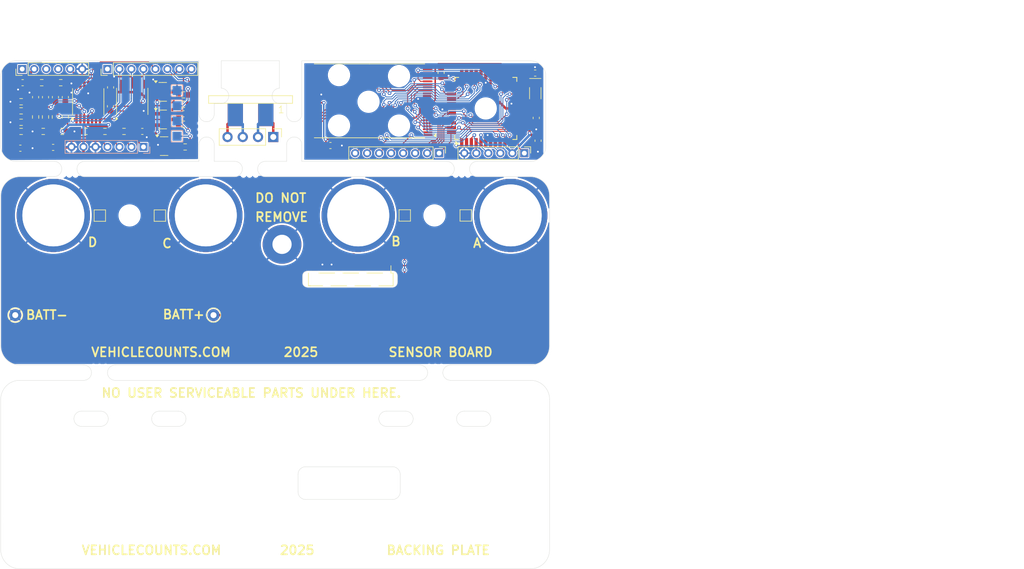
<source format=kicad_pcb>
(kicad_pcb (version 20241229) (generator "pcbnew") (generator_version "9.0")
  (layers (0 "F.Cu" signal) (2 "B.Cu" signal) (13 "F.Paste" user) (15 "B.Paste" user) (5 "F.SilkS" user "F.Silkscreen") (7 "B.SilkS" user "B.Silkscreen") (1 "F.Mask" user) (3 "B.Mask" user) (25 "Edge.Cuts" user))
  (net 0 "")
  (net 1 "GND")
  (net 2 "VCC")
  (net 3 "Net-(U1-AREF)")
  (net 4 "/GND1")
  (net 5 "/VCC1")
  (net 6 "Net-(B+1-Pad1)")
  (net 7 "Net-(C2-Pad1)")
  (net 8 "Net-(U1-(PCINT20{slash}TDO)PC4)")
  (net 9 "Net-(U1-(PCINT23{slash}TOSC2)PC7)")
  (net 10 "Net-(U1-(PCINT22{slash}TOSC1)PC6)")
  (net 11 "Net-(C13-Pad2)")
  (net 12 "Net-(DA3-AC)")
  (net 13 "Net-(DA1-AC)")
  (net 14 "Net-(DA2-AC)")
  (net 18 "Net-(J6-P$4)")
  (net 20 "Net-(J6-P$7)")
  (net 21 "Net-(J6-P$5)")
  (net 22 "Net-(J6-P$2)")
  (net 23 "Net-(J6-P$8)")
  (net 24 "Net-(J6-P$3)")
  (net 25 "Net-(J7-P$6)")
  (net 26 "Net-(J7-P$5)")
  (net 27 "Net-(J7-P$3)")
  (net 28 "Net-(J7-P$2)")
  (net 29 "Net-(J7-P$8)")
  (net 30 "Net-(J7-P$4)")
  (net 31 "Net-(J7-P$1)")
  (net 32 "Net-(J7-P$7)")
  (net 33 "Net-(U1-(PCINT13{slash}MOSI)PB5)")
  (net 34 "Net-(U1-(PCINT14{slash}MISO)PB6)")
  (net 35 "Net-(U1-RESET)")
  (net 36 "Net-(U1-(PCINT15{slash}SCK)PB7)")
  (net 37 "Net-(J2-Pad3)")
  (net 38 "Net-(J2-Pad2)")
  (net 39 "Net-(J2-Pad1)")
  (net 40 "Net-(J2-Pad4)")
  (net 42 "Net-(U1-(PCINT2{slash}ADC2)PA2)")
  (net 43 "Net-(U1-(PCINT28{slash}OC1B)PD4)")
  (net 44 "Net-(U1-(PCINT3{slash}ADC3)PA3)")
  (net 45 "Net-(U1-(PCINT17{slash}SDA)PC1)")
  (net 46 "Net-(U1-(PCINT5{slash}ADC5)PA5)")
  (net 47 "Net-(U1-(PCINT16{slash}SCL)PC0)")
  (net 48 "Net-(U1-(PCINT31{slash}OC2A)PD7)")
  (net 49 "Net-(U1-(PCINT19{slash}TMS)PC3)")
  (net 51 "Net-(U1-(PCINT1{slash}ADC1)PA1)")
  (net 52 "Net-(U1-(PCINT7{slash}ADC7)PA7)")
  (net 53 "Net-(U1-(PCINT29{slash}OC1A)PD5)")
  (net 54 "Net-(U1-(PCINT4{slash}ADC4)PA4)")
  (net 56 "Net-(U1-(PCINT18{slash}TCK)PC2)")
  (net 57 "Net-(U1-(PCINT0{slash}ADC0)PA0)")
  (net 58 "Net-(U1-(PCINT6{slash}ADC6)PA6)")
  (net 59 "Net-(U1-(PCINT30{slash}OC2B{slash}ICP)PD6)")
  (net 60 "Net-(B-1-Pad1)")
  (net 61 "Net-(C2-Pad2)")
  (net 62 "Net-(C4-Pad1)")
  (net 63 "Net-(J1-Pad2)")
  (net 64 "Net-(J1-Pad3)")
  (net 65 "Net-(J1-Pad1)")
  (net 66 "Net-(J5-Pad3)")
  (net 67 "Net-(J5-Pad4)")
  (net 68 "Net-(J1-Pad4)")
  (net 69 "Net-(R6-Pad2)")
  (net 71 "Net-(U5D-+IN)")
  (net 72 "Net-(U5C-+IN)")
  (net 73 "Net-(J5-Pad2)")
  (net 74 "Net-(U5A-+IN)")
  (net 75 "Net-(U5B-+IN)")
  (net 76 "Net-(J5-Pad1)")
  (net 77 "Net-(P2-Pad1)")
  (net 78 "Net-(P4-Pad1)")
  (net 79 "Net-(U5A--IN)")
  (footprint "" (layer "F.Cu") (at 149.6441 127.2286)
    (property "Reference" "@HOLE6" (hide yes))
    (property "Value" "")
  )
  (footprint "" (layer "F.Cu") (at 136.0551 74.0791)
    (property "Reference" "@HOLE9" (hide yes))
    (property "Value" "")
  )
  (footprint "Resistor_SMD:R_0603_1608Metric" (layer "F.Cu") (at 120.142 74.422 180)
    (property "Reference" "R8" (hide yes))
    (property "Value" "4.7M" (hide yes))
  )
  (footprint "Capacitor_SMD:C_0603_1608Metric" (layer "F.Cu") (at 157.7086 76.77785)
    (property "Reference" "C6" (hide yes))
    (property "Value" "100n" (hide yes))
  )
  (footprint "" (layer "F.Cu") (at 114.2111 81.6483)
    (property "Reference" "@HOLE24" (hide yes))
    (property "Value" "")
  )
  (footprint "PC4500_Footprints:PiezoMount_0.48in-Pad_.406in-Hole__TopBottom" (layer "F.Cu") (at 187.7441 88.4301)
    (property "Reference" "Z1" (hide yes))
    (property "Value" "PiezoMount_Pad" (hide yes))
  )
  (footprint "" (layer "F.Cu") (at 143.2179 79.6671)
    (property "Reference" "@HOLE29" (hide yes))
    (property "Value" "")
  )
  (footprint "" (layer "F.Cu") (at 159.13735 65.03035)
    (property "Reference" "@HOLE1" (hide yes))
    (property "Value" "")
  )
  (footprint "" (layer "F.Cu") (at 120.2563 113.6523)
    (property "Reference" "@HOLE46" (hide yes))
    (property "Value" "")
  )
  (footprint "" (layer "F.Cu") (at 169.1386 73.4441)
    (property "Reference" "@HOLE2" (hide yes))
    (property "Value" "")
  )
  (footprint "" (layer "F.Cu") (at 179.5907 81.6483)
    (property "Reference" "@HOLE36" (hide yes))
    (property "Value" "")
  )
  (footprint "Package_SO:TSSOP-14_4.4x5mm_P0.65mm" (layer "F.Cu") (at 117.348 69.469 90)
    (property "Reference" "U5" (hide yes))
    (property "Value" "MCP6544/ST" (hide yes))
  )
  (footprint "Resistor_SMD:R_0603_1608Metric" (layer "F.Cu") (at 106.172 74.422)
    (property "Reference" "R19" (hide yes))
    (property "Value" "4.7M" (hide yes))
  )
  (footprint "Package_QFP:TQFP-44_10x10mm_P0.8mm" (layer "F.Cu") (at 183.58485 70.5866 90)
    (property "Reference" "U1" (hide yes))
    (property "Value" "ATMEGA644A" (hide yes))
  )
  (footprint "Capacitor_SMD:C_0603_1608Metric" (layer "F.Cu") (at 133.1976 71.4756)
    (property "Reference" "C13" (hide yes))
    (property "Value" "22p" (hide yes))
  )
  (footprint "" (layer "F.Cu") (at 174.1551 113.6523)
    (property "Reference" "@HOLE41" (hide yes))
    (property "Value" "")
  )
  (footprint "Package_SO:TSSOP-14_4.4x5mm_P0.65mm" (layer "F.Cu") (at 124.6886 69.41185 90)
    (property "Reference" "U3" (hide yes))
    (property "Value" "74HC14" (hide yes))
  )
  (footprint "Connector_PinHeader_2.54mm:PinHeader_1x04_P2.54mm_Vertical" (layer "F.Cu") (at 148.1836 75.3491 -90)
    (property "Reference" "SV1" (hide yes))
    (property "Value" "MA04-1" (hide yes))
  )
  (footprint "" (layer "F.Cu") (at 136.0551 75.0951)
    (property "Reference" "@HOLE10" (hide yes))
    (property "Value" "")
  )
  (footprint "" (layer "F.Cu") (at 136.0551 73.0631)
    (property "Reference" "@HOLE11" (hide yes))
    (property "Value" "")
  )
  (footprint "Resistor_SMD:R_0603_1608Metric" (layer "F.Cu") (at 123.317 74.422)
    (property "Reference" "R6" (hide yes))
    (property "Value" "1M" (hide yes))
  )
  (footprint "PC4500_Footprints:PiezoMount_0.48in-Pad_.406in-Hole__TopBottom" (layer "F.Cu") (at 111.5441 88.4301)
    (property "Reference" "Z4" (hide yes))
    (property "Value" "PiezoMount_Pad" (hide yes))
  )
  (footprint "" (layer "F.Cu") (at 159.13735 73.4441)
    (property "Reference" "@HOLE3" (hide yes))
    (property "Value" "")
  )
  (footprint "Resistor_SMD:R_0603_1608Metric" (layer "F.Cu") (at 113.538 72.009 -90)
    (property "Reference" "R11" (hide yes))
    (property "Value" "221k" (hide yes))
  )
  (footprint "" (layer "F.Cu") (at 144.2339 81.6483)
    (property "Reference" "@HOLE30" (hide yes))
    (property "Value" "")
  )
  (footprint "" (layer "F.Cu") (at 174.1551 115.6335)
    (property "Reference" "@HOLE44" (hide yes))
    (property "Value" "")
  )
  (footprint "" (layer "F.Cu") (at 144.2339 79.6671)
    (property "Reference" "@HOLE27" (hide yes))
    (property "Value" "")
  )
  (footprint "Resistor_SMD:R_0603_1608Metric" (layer "F.Cu") (at 108.585 72.009 -90)
    (property "Reference" "R16" (hide yes))
    (property "Value" "221k" (hide yes))
  )
  (footprint "MountingHole:MountingHole_3.2mm_M3" (layer "F.Cu") (at 124.2441 88.4301)
    (property "Reference" "H2" (hide yes))
    (property "Value" "MountingHole" (hide yes))
  )
  (footprint "" (layer "F.Cu") (at 176.1871 115.6335)
    (property "Reference" "@HOLE43" (hide yes))
    (property "Value" "")
  )
  (footprint "PC4500_Footprints:MountingHole_0.254in-Pad_0.125in-Hole_THT_TopBottom" (layer "F.Cu") (at 149.6441 93.2561)
    (property "Reference" "H3" (hide yes))
    (property "Value" "MountingHole_Pad" (hide yes))
  )
  (footprint "" (layer "F.Cu") (at 115.2271 79.6671)
    (property "Reference" "@HOLE22" (hide yes))
    (property "Value" "")
  )
  (footprint "" (layer "F.Cu") (at 180.6067 81.6483)
    (property "Reference" "@HOLE37" (hide yes))
    (property "Value" "")
  )
  (footprint "Connector_PinHeader_2.00mm:PinHeader_1x06_P2.00mm_Vertical" (layer "F.Cu") (at 106.3536 64.01435 90)
    (property "Reference" "J4" (hide yes))
    (property "Value" "CON2MM1X6" (hide yes))
  )
  (footprint "" (layer "F.Cu") (at 152.6667 75.0951)
    (property "Reference" "@HOLE19" (hide yes))
    (property "Value" "")
  )
  (footprint "" (layer "F.Cu") (at 180.6067 79.6671)
    (property "Reference" "@HOLE34" (hide yes))
    (property "Value" "")
  )
  (footprint "Resistor_SMD:R_0603_1608Metric" (layer "F.Cu") (at 113.03 74.422 180)
    (property "Reference" "R15" (hide yes))
    (property "Value" "4.7M" (hide yes))
  )
  (footprint "Capacitor_SMD:C_0603_1608Metric" (layer "F.Cu") (at 106.045 77.216)
    (property "Reference" "C1" (hide yes))
    (property "Value" "1u" (hide yes))
  )
  (footprint "" (layer "F.Cu") (at 152.6667 74.0791)
    (property "Reference" "@HOLE18" (hide yes))
    (property "Value" "")
  )
  (footprint "TestPoint:TestPoint_THTPad_D2.0mm_Drill1.0mm" (layer "F.Cu") (at 105.1941 105.0544)
    (property "Reference" "B-1" (hide yes))
    (property "Value" "LSP10" (hide yes))
  )
  (footprint "" (layer "F.Cu") (at 138.2141 139.0396)
    (property "Reference" "@HOLE8" (hide yes))
    (property "Value" "" (hide yes))
  )
  (footprint "" (layer "F.Cu") (at 138.0871 75.0951)
    (property "Reference" "@HOLE13" (hide yes))
    (property "Value" "")
  )
  (footprint "" (layer "F.Cu") (at 138.0871 74.0791)
    (property "Reference" "@HOLE12" (hide yes))
    (property "Value" "")
  )
  (footprint "" (layer "F.Cu") (at 175.0441 122.4026)
    (property "Reference" "@HOLE54" (hide yes))
    (property "Value" "")
  )
  (footprint "" (layer "F.Cu") (at 175.1711 115.6335)
    (property "Reference" "@HOLE42" (hide yes))
    (property "Value" "")
  )
  (footprint "TestPoint:TestPoint_Pad_1.5x1.5mm" (layer "F.Cu") (at 129.29235 88.46185)
    (property "Reference" "TP3" (hide yes))
    (property "Value" "TPSQTP16SQ" (hide yes))
  )
  (footprint "" (layer "F.Cu") (at 113.1951 79.6671)
    (property "Reference" "@HOLE23" (hide yes))
    (property "Value" "")
  )
  (footprint "" (layer "F.Cu") (at 105.1941 139.0396)
    (property "Reference" "@HOLE7" (hide yes))
    (property "Value" "" (hide yes))
  )
  (footprint "" (layer "F.Cu") (at 119.2403 113.6523)
    (property "Reference" "@HOLE45" (hide yes))
    (property "Value" "")
  )
  (footprint "" (layer "F.Cu") (at 175.1711 113.6523)
    (property "Reference" "@HOLE39" (hide yes))
    (property "Value" "")
  )
  (footprint "PC4500_Footprints:PiezoMount_0.48in-Pad_.406in-Hole__TopBottom" (layer "F.Cu") (at 136.9441 88.4301)
    (property "Reference" "Z3" (hide yes))
    (property "Value" "PiezoMount_Pad" (hide yes))
  )
  (footprint "Package_TO_SOT_SMD:SOT-23" (layer "F.Cu") (at 129.7686 67.82435)
    (property "Reference" "DA2" (hide yes))
    (property "Value" "BAT199" (hide yes))
  )
  (footprint "Capacitor_SMD:C_0603_1608Metric" (layer "F.Cu") (at 191.8208 64.6938)
    (property "Reference" "C10" (hide yes))
    (property "Value" "22p" (hide yes))
  )
  (footprint "Package_SO:TSOP-I-48_18.4x12mm_P0.5mm" (layer "F.Cu") (at 164.21735 69.3166 180)
    (property "Reference" "U2" (hide yes))
    (property "Value" "MT29FXX08X" (hide yes))
  )
  (footprint "" (layer "F.Cu") (at 178.5747 79.6671)
    (property "Reference" "@HOLE35" (hide yes))
    (property "Value" "")
  )
  (footprint "Package_TO_SOT_SMD:SOT-23" (layer "F.Cu") (at 129.9972 76.8731)
    (property "Reference" "DA1" (hide yes))
    (property "Value" "BAT199" (hide yes))
  )
  (footprint "Resistor_SMD:R_0603_1608Metric" (layer "F.Cu") (at 116.967 74.422)
    (property "Reference" "R7" (hide yes))
    (property "Value" "221k" (hide yes))
  )
  (footprint "Resistor_SMD:R_0603_1608Metric" (layer "F.Cu") (at 133.1976 68.326)
    (property "Reference" "R2" (hide yes))
    (property "Value" "470" (hide yes))
  )
  (footprint "" (layer "F.Cu") (at 118.2243 113.6523)
    (property "Reference" "@HOLE47" (hide yes))
    (property "Value" "")
  )
  (footprint "Capacitor_SMD:C_0603_1608Metric" (layer "F.Cu") (at 106.426 66.294 180)
    (property "Reference" "C5" (hide yes))
    (property "Value" "1u" (hide yes))
  )
  (footprint "Capacitor_SMD:C_0603_1608Metric" (layer "F.Cu") (at 113.538 68.707 90)
    (property "Reference" "C14" (hide yes))
    (property "Value" "10n" (hide yes))
  )
  (footprint "" (layer "F.Cu") (at 115.2271 81.6483)
    (property "Reference" "@HOLE25" (hide yes))
    (property "Value" "")
  )
  (footprint "" (layer "F.Cu") (at 179.5907 79.6671)
    (property "Reference" "@HOLE33" (hide yes))
    (property "Value" "")
  )
  (footprint "TestPoint:TestPoint_Pad_1.5x1.5mm" (layer "F.Cu") (at 180.2511 88.4301)
    (property "Reference" "TP1" (hide yes))
    (property "Value" "TPSQTP16SQ" (hide yes))
  )
  (footprint "" (layer "F.Cu") (at 119.2403 115.6335)
    (property "Reference" "@HOLE48" (hide yes))
    (property "Value" "")
  )
  (footprint "Resistor_SMD:R_0603_1608Metric" (layer "F.Cu") (at 106.172 70.993)
    (property "Reference" "R21" (hide yes))
    (property "Value" "4.7M" (hide yes))
  )
  (footprint "Capacitor_SMD:C_0603_1608Metric" (layer "F.Cu") (at 121.0818 67.0814 90)
    (property "Reference" "C8" (hide yes))
    (property "Value" "1u" (hide yes))
  )
  (footprint "" (layer "F.Cu") (at 143.2179 81.6483)
    (property "Reference" "@HOLE32" (hide yes))
    (property "Value" "")
  )
  (footprint "Resistor_SMD:R_0603_1608Metric" (layer "F.Cu") (at 106.172 72.898)
    (property "Reference" "R20" (hide yes))
    (property "Value" "221k" (hide yes))
  )
  (footprint "Resistor_SMD:R_0603_1608Metric" (layer "F.Cu") (at 133.5024 77.0128)
    (property "Reference" "R1" (hide yes))
    (property "Value" "470" (hide yes))
  )
  (footprint "Resistor_SMD:R_0603_1608Metric" (layer "F.Cu") (at 106.172 69.469)
    (property "Reference" "R22" (hide yes))
    (property "Value" "221k" (hide yes))
  )
  (footprint "Capacitor_SMD:C_0603_1608Metric" (layer "F.Cu") (at 111.506 77.089)
    (property "Reference" "C15" (hide yes))
    (property "Value" "1u" (hide yes))
  )
  (footprint "TestPoint:TestPoint_THTPad_D2.0mm_Drill1.0mm" (layer "F.Cu") (at 138.2268 105.0544)
    (property "Reference" "B+1" (hide yes))
    (property "Value" "LSP10" (hide yes))
  )
  (footprint "Connector_PinHeader_2.00mm:PinHeader_1x06_P2.00mm_Vertical" (layer "F.Cu") (at 190.0136 78.04785 -90)
    (property "Reference" "J8" (hide yes))
    (property "Value" "CON2MM1X6" (hide yes))
  )
  (footprint "" (layer "F.Cu") (at 183.58485 70.5866)
    (property "Reference" "@HOLE4" (hide yes))
    (property "Value" "")
  )
  (footprint "TestPoint:TestPoint_Pad_1.5x1.5mm" (layer "F.Cu") (at 119.2911 88.46185)
    (property "Reference" "TP4" (hide yes))
    (property "Value" "TPSQTP16SQ" (hide yes))
  )
  (footprint "Resistor_SMD:R_0603_1608Metric" (layer "F.Cu") (at 109.855 74.422)
    (property "Reference" "R14" (hide yes))
    (property "Value" "221k" (hide yes))
  )
  (footprint "" (layer "F.Cu") (at 145.2499 81.6483)
    (property "Reference" "@HOLE31" (hide yes))
    (property "Value" "")
  )
  (footprint "Package_TO_SOT_SMD:SOT-23" (layer "F.Cu") (at 129.7686 72.4281)
    (property "Reference" "DA3" (hide yes))
    (property "Value" "BAT199" (hide yes))
  )
  (footprint "Resistor_SMD:R_0603_1608Metric" (layer "F.Cu") (at 111.887 72.009 -90)
    (property "Reference" "R10" (hide yes))
    (property "Value" "221k" (hide yes))
  )
  (footprint "" (layer "F.Cu") (at 120.2563 115.6335)
    (property "Reference" "@HOLE49" (hide yes))
    (property "Value" "")
  )
  (footprint "" (layer "F.Cu") (at 150.6855 73.0631)
    (property "Reference" "@HOLE17" (hide yes))
    (property "Value" "")
  )
  (footprint "CON4PCB-EDGE" (layer "F.Cu") (at 144.40535 69.72935)
    (property "Reference" "J2" (hide yes))
    (property "Value" "CONXALL4PCBEDGE" (hide yes))
  )
  (footprint "" (layer "F.Cu") (at 150.6855 75.0951)
    (property "Reference" "@HOLE16" (hide yes))
    (property "Value" "")
  )
  (footprint "MountingHole:MountingHole_3.2mm_M3" (layer "F.Cu") (at 175.0441 88.4301)
    (property "Reference" "H1" (hide yes))
    (property "Value" "MountingHole" (hide yes))
  )
  (footprint "Resistor_SMD:R_0603_1608Metric" (layer "F.Cu") (at 133.1976 73.22185)
    (property "Reference" "R3" (hide yes))
    (property "Value" "100K" (hide yes))
  )
  (footprint "" (layer "F.Cu") (at 118.2243 115.6335)
    (property "Reference" "@HOLE50" (hide yes))
    (property "Value" "")
  )
  (footprint "TestPoint:TestPoint_Pad_1.5x1.5mm" (layer "F.Cu") (at 170.0911 88.4301)
    (property "Reference" "TP2" (hide yes))
    (property "Value" "TPSQTP16SQ" (hide yes))
  )
  (footprint "Capacitor_SMD:C_0603_1608Metric" (layer "F.Cu") (at 191.9986 72.1741 -90)
    (property "Reference" "C9" (hide yes))
    (property "Value" "22p" (hide yes))
  )
  (footprint "" (layer "F.Cu") (at 164.0586 69.47535)
    (property "Reference" "@HOLE5" (hide yes))
    (property "Value" "")
  )
  (footprint "" (layer "F.Cu") (at 152.6667 73.0631)
    (property "Reference" "@HOLE20" (hide yes))
    (property "Value" "")
  )
  (footprint "Capacitor_SMD:C_0603_1608Metric" (layer "F.Cu") (at 176.149 64.643 -90)
    (property "Reference" "C3" (hide yes))
    (property "Value" "100n" (hide yes))
  )
  (footprint "" (layer "F.Cu") (at 150.6855 74.0791)
    (property "Reference" "@HOLE15" (hide yes))
    (property "Value" "")
  )
  (footprint "Resistor_SMD:R_0603_1608Metric" (layer "F.Cu") (at 112.776 66.294 180)
    (property "Reference" "R5" (hide yes))
    (property "Value" "47k" (hide yes))
  )
  (footprint "" (layer "F.Cu") (at 114.2111 79.6671)
    (property "Reference" "@HOLE21" (hide yes))
    (property "Value" "")
  )
  (footprint "Capacitor_SMD:C_0603_1608Metric" (layer "F.Cu") (at 192.3034 75.9714 -90)
    (property "Reference" "C7" (hide yes))
    (property "Value" "1u" (hide yes))
  )
  (footprint "Resistor_SMD:R_0603_1608Metric" (layer "F.Cu") (at 109.601 66.294 180)
    (property "Reference" "R18" (hide yes))
    (property "Value" "4.7M" (hide yes))
  )
  (footprint "" (layer "F.Cu") (at 113.1951 81.6483)
    (property "Reference" "@HOLE26" (hide yes))
    (property "Value" "")
  )
  (footprint "Connector_PinHeader_2.00mm:PinHeader_1x08_P2.00mm_Vertical" (layer "F.Cu") (at 175.8211 78.04785 -90)
    (property "Reference" "J7" (hide yes))
    (property "Value" "CON2MM1X8" (hide yes))
  )
  (footprint "Connector_PinHeader_2.00mm:PinHeader_1x07_P2.00mm_Vertical_SMD_Pin1Left" (layer "F.Cu") (at 161.1 99.1 -90)
    (property "Reference" "J1" (hide yes))
    (property "Value" "CON2MM1X7FHSMD" (hide yes))
  )
  (footprint "" (layer "F.Cu") (at 176.1871 113.6523)
    (property "Reference" "@HOLE40" (hide yes))
    (property "Value" "")
  )
  (footprint "" (layer "F.Cu") (at 169.1386 65.1891)
    (property "Reference" "@HOLE0" (hide yes))
    (property "Value" "")
  )
  (footprint "" (layer "F.Cu") (at 138.0871 73.0631)
    (property "Reference" "@HOLE14" (hide yes))
    (property "Value" "")
  )
  (footprint "Connector_PinHeader_2.00mm:PinHeader_1x08_P2.00mm_Vertical" (layer "F.Cu") (at 120.5461 64.01435 90)
    (property "Reference" "J6" (hide yes))
    (property "Value" "CON2MM1X8" (hide yes))
  )
  (footprint "" (layer "F.Cu") (at 145.2499 79.6671)
    (property "Reference" "@HOLE28" (hide yes))
    (property "Value" "")
  )
  (footprint "Resistor_SMD:R_0603_1608Metric" (layer "F.Cu") (at 110.236 72.009 -90)
    (property "Reference" "R17" (hide yes))
    (property "Value" "221k" (hide yes))
  )
  (footprint "Resistor_SMD:R_0603_1608Metric" (layer "F.Cu") (at 133.1976 69.9008)
    (property "Reference" "R4" (hide yes))
    (property "Value" "1M" (hide yes))
  )
  (footprint "" (layer "F.Cu") (at 124.2441 122.4026)
    (property "Reference" "@HOLE53" (hide yes))
    (property "Value" "")
  )
  (footprint "Capacitor_SMD:C_0603_1608Metric" (layer "F.Cu") (at 121.0564 70.231 -90)
    (property "Reference" "C2" (hide yes))
    (property "Value" "10n" (hide yes))
  )
  (footprint "Capacitor_SMD:C_0603_1608Metric" (layer "F.Cu") (at 111.887 68.707 90)
    (property "Reference" "C16" (hide yes))
    (property "Value" "10n" (hide yes))
  )
  (footprint "Capacitor_SMD:C_0603_1608Metric" (layer "F.Cu") (at 108.585 68.707 90)
    (property "Reference" "C12" (hide yes))
    (property "Value" "10n" (hide yes))
  )
  (footprint "Crystal:Crystal_SMD_MicroCrystal_CC5V-T1A-2Pin_4.1x1.5mm" (layer "F.Cu") (at 191.83985 68.0466 -90)
    (property "Reference" "Y2" (hide yes))
    (property "Value" "32768Hz" (hide yes))
  )
  (footprint "Capacitor_SMD:C_0603_1608Metric" (layer "F.Cu") (at 126.365 74.422)
    (property "Reference" "C4" (hide yes))
    (property "Value" "10u 6.3V" (hide yes))
  )
  (footprint "Capacitor_SMD:C_0603_1608Metric" (layer "F.Cu") (at 110.236 68.707 90)
    (property "Reference" "C11" (hide yes))
    (property "Value" "10n" (hide yes))
  )
  (footprint "" (layer "F.Cu") (at 178.5747 81.6483)
    (property "Reference" "@HOLE38" (hide yes))
    (property "Value" "")
  )
  (footprint "PC4500_Footprints:PiezoMount_0.48in-Pad_.406in-Hole__TopBottom" (layer "F.Cu") (at 162.3441 88.4301)
    (property "Reference" "Z2" (hide yes))
    (property "Value" "PiezoMount_Pad" (hide yes))
  )
  (footprint "TestPoint:TestPoint_Pad_1.5x1.5mm" (layer "B.Cu") (at 132.14985 75.2221)
    (property "Reference" "P4" (hide yes))
    (property "Value" ".1IN-SC-PAD" (hide yes))
  )
  (footprint "TestPoint:TestPoint_Pad_1.5x1.5mm" (layer "B.Cu") (at 132.14985 72.6821 180)
    (property "Reference" "P3" (hide yes))
    (property "Value" ".1IN-SC-PAD" (hide yes))
  )
  (footprint "TestPoint:TestPoint_Pad_1.5x1.5mm" (layer "B.Cu") (at 132.14985 70.1421 180)
    (property "Reference" "P2" (hide yes))
    (property "Value" ".1IN-SC-PAD" (hide yes))
  )
  (footprint "TestPoint:TestPoint_Pad_1.5x1.5mm" (layer "B.Cu") (at 132.14985 67.6021 180)
    (property "Reference" "P1" (hide yes))
    (property "Value" ".1IN-SC-PAD" (hide yes))
  )
  (footprint "Connector_PinHeader_2.00mm:PinHeader_1x07_P2.00mm_Vertical" (layer "B.Cu") (at 126.5611 77.0001 90)
    (property "Reference" "J5" (hide yes))
    (property "Value" "CON2MM1X7" (hide yes))
  )
  (gr_arc (start 178.7271 122.3391) (mid 179.099074 121.441074) (end 179.9971 121.0691) (stroke (width 0.05)) (layer "Edge.Cuts"))
  (gr_arc (start 176.4411 114.6556) (mid 176.813074 113.757574) (end 177.7111 113.3856) (stroke (width 0.05)) (layer "Edge.Cuts"))
  (gr_arc (start 146.8501 81.9531) (mid 145.952074 81.581126) (end 145.5801 80.6831) (stroke (width 0.05)) (layer "Edge.Cuts"))
  (gr_arc (start 178.3461 80.6831) (mid 177.974126 81.581126) (end 177.0761 81.9531) (stroke (width 0.05)) (layer "Edge.Cuts"))
  (gr_arc (start 120.5611 114.6556) (mid 120.933074 113.757574) (end 121.8311 113.3856) (stroke (width 0.05)) (layer "Edge.Cuts"))
  (gr_line (start 146.8501 81.9531) (end 177.0761 81.9531) (stroke (width 0.05)) (layer "Edge.Cuts"))
  (gr_arc (start 193.5861 76.8731) (mid 192.842151 78.669151) (end 191.0461 79.4131) (stroke (width 0.05)) (layer "Edge.Cuts"))
  (gr_arc (start 168.0591 130.3401) (mid 168.957126 130.712074) (end 169.3291 131.6101) (stroke (width 0.05)) (layer "Edge.Cuts"))
  (gr_arc (start 135.8011 76.6191) (mid 136.173074 75.721074) (end 137.0711 75.3491) (stroke (width 0.05)) (layer "Edge.Cuts"))
  (gr_line (start 105.9561 147.3581) (end 191.0461 147.3581) (stroke (width 0.05)) (layer "Edge.Cuts"))
  (gr_line (start 152.9461 79.4131) (end 152.9461 76.6191) (stroke (width 0.05)) (layer "Edge.Cuts"))
  (gr_arc (start 102.7811 119.1006) (mid 103.711036 116.855536) (end 105.9561 115.9256) (stroke (width 0.05)) (layer "Edge.Cuts"))
  (gr_line (start 141.7701 81.9531) (end 116.7511 81.9531) (stroke (width 0.05)) (layer "Edge.Cuts"))
  (gr_arc (start 173.9011 114.6556) (mid 173.529126 115.553626) (end 172.6311 115.9256) (stroke (width 0.05)) (layer "Edge.Cuts"))
  (gr_line (start 152.9461 62.6491) (end 152.9461 71.5391) (stroke (width 0.05)) (layer "Edge.Cuts"))
  (gr_curve (pts (xy 153.0858 98.552) (xy 153.0858 97.7138) (xy 153.9494 97.7138) (xy 153.9494 97.7138)) (stroke (width 0.05)) (layer "Edge.Cuts"))
  (gr_arc (start 179.9971 123.6091) (mid 179.099074 123.237126) (end 178.7271 122.3391) (stroke (width 0.05)) (layer "Edge.Cuts"))
  (gr_arc (start 133.6421 122.3391) (mid 133.270126 123.237126) (end 132.3721 123.6091) (stroke (width 0.05)) (layer "Edge.Cuts"))
  (gr_line (start 168.021 97.7138) (end 153.9494 97.7138) (stroke (width 0.05)) (layer "Edge.Cuts"))
  (gr_arc (start 149.215576 69.7611) (mid 147.985163 68.530787) (end 149.215475 67.221105) (stroke (width 0.05)) (layer "Edge.Cuts"))
  (gr_arc (start 191.0461 81.9531) (mid 193.291164 82.883036) (end 194.2211 85.1281) (stroke (width 0.05)) (layer "Edge.Cuts"))
  (gr_arc (start 116.6241 113.3856) (mid 117.522126 113.757574) (end 117.8941 114.6556) (stroke (width 0.05)) (layer "Edge.Cuts"))
  (gr_line (start 193.5861 76.8731) (end 193.5861 65.1891) (stroke (width 0.05)) (layer "Edge.Cuts"))
  (gr_line (start 138.3411 71.5391) (end 138.3411 69.7611) (stroke (width 0.05)) (layer "Edge.Cuts"))
  (gr_arc (start 127.9271 122.3391) (mid 128.299074 121.441074) (end 129.1971 121.0691) (stroke (width 0.05)) (layer "Edge.Cuts"))
  (gr_arc (start 143.0401 80.6831) (mid 142.668126 81.581126) (end 141.7701 81.9531) (stroke (width 0.05)) (layer "Edge.Cuts"))
  (gr_line (start 105.3211 62.6491) (end 135.8011 62.6491) (stroke (width 0.05)) (layer "Edge.Cuts"))
  (gr_line (start 150.4061 79.4131) (end 146.8501 79.4131) (stroke (width 0.05)) (layer "Edge.Cuts"))
  (gr_line (start 170.2181 121.0691) (end 167.0431 121.0691) (stroke (width 0.05)) (layer "Edge.Cuts"))
  (gr_arc (start 151.6761 75.3491) (mid 152.574126 75.721074) (end 152.9461 76.6191) (stroke (width 0.05)) (layer "Edge.Cuts"))
  (gr_arc (start 105.9561 113.3856) (mid 103.711036 112.455664) (end 102.7811 110.2106) (stroke (width 0.05)) (layer "Edge.Cuts"))
  (gr_line (start 138.3411 69.7611) (end 139.531688 69.7611) (stroke (width 0.05)) (layer "Edge.Cuts"))
  (gr_line (start 105.9561 113.3856) (end 116.6241 113.3856) (stroke (width 0.05)) (layer "Edge.Cuts"))
  (gr_line (start 135.8011 79.4131) (end 135.8011 76.6191) (stroke (width 0.05)) (layer "Edge.Cuts"))
  (gr_line (start 152.3111 134.5311) (end 152.3111 131.6101) (stroke (width 0.05)) (layer "Edge.Cuts"))
  (gr_line (start 177.7111 115.9256) (end 191.0461 115.9256) (stroke (width 0.05)) (layer "Edge.Cuts"))
  (gr_line (start 149.215475 62.6491) (end 149.215475 67.221105) (stroke (width 0.05)) (layer "Edge.Cuts"))
  (gr_arc (start 177.7111 115.9256) (mid 176.813074 115.553626) (end 176.4411 114.6556) (stroke (width 0.05)) (layer "Edge.Cuts"))
  (gr_line (start 138.3411 79.4131) (end 138.3411 76.6191) (stroke (width 0.05)) (layer "Edge.Cuts"))
  (gr_arc (start 184.4421 122.3391) (mid 184.070126 123.237126) (end 183.1721 123.6091) (stroke (width 0.05)) (layer "Edge.Cuts"))
  (gr_line (start 111.6711 79.4131) (end 105.3211 79.4131) (stroke (width 0.05)) (layer "Edge.Cuts"))
  (gr_arc (start 114.9731 122.3391) (mid 115.345074 121.441074) (end 116.2431 121.0691) (stroke (width 0.05)) (layer "Edge.Cuts"))
  (gr_arc (start 150.4061 76.6191) (mid 150.778074 75.721074) (end 151.6761 75.3491) (stroke (width 0.05)) (layer "Edge.Cuts"))
  (gr_line (start 111.6711 81.9531) (end 105.9561 81.9531) (stroke (width 0.05)) (layer "Edge.Cuts"))
  (gr_line (start 139.531725 62.6491) (end 149.215475 62.6491) (stroke (width 0.05)) (layer "Edge.Cuts"))
  (gr_arc (start 129.1971 123.6091) (mid 128.299074 123.237126) (end 127.9271 122.3391) (stroke (width 0.05)) (layer "Edge.Cuts"))
  (gr_arc (start 141.7701 79.4131) (mid 142.668126 79.785074) (end 143.0401 80.6831) (stroke (width 0.05)) (layer "Edge.Cuts"))
  (gr_line (start 191.0461 113.3856) (end 177.7111 113.3856) (stroke (width 0.05)) (layer "Edge.Cuts"))
  (gr_arc (start 117.8941 114.6556) (mid 117.522126 115.553626) (end 116.6241 115.9256) (stroke (width 0.05)) (layer "Edge.Cuts"))
  (gr_line (start 129.1971 123.6091) (end 132.3721 123.6091) (stroke (width 0.05)) (layer "Edge.Cuts"))
  (gr_line (start 182.1561 79.4131) (end 191.0461 79.4131) (stroke (width 0.05)) (layer "Edge.Cuts"))
  (gr_line (start 121.8311 113.3856) (end 172.6311 113.3856) (stroke (width 0.05)) (layer "Edge.Cuts"))
  (gr_line (start 121.8311 115.9256) (end 172.6311 115.9256) (stroke (width 0.05)) (layer "Edge.Cuts"))
  (gr_arc (start 194.2211 110.2106) (mid 193.291164 112.455664) (end 191.0461 113.3856) (stroke (width 0.05)) (layer "Edge.Cuts"))
  (gr_line (start 168.0591 135.8011) (end 153.5811 135.8011) (stroke (width 0.05)) (layer "Edge.Cuts"))
  (gr_line (start 177.0761 79.4131) (end 152.9461 79.4131) (stroke (width 0.05)) (layer "Edge.Cuts"))
  (gr_line (start 102.7811 76.8731) (end 102.7811 65.1891) (stroke (width 0.05)) (layer "Edge.Cuts"))
  (gr_line (start 138.3411 79.4131) (end 141.7701 79.4131) (stroke (width 0.05)) (layer "Edge.Cuts"))
  (gr_line (start 132.3721 121.0691) (end 129.1971 121.0691) (stroke (width 0.05)) (layer "Edge.Cuts"))
  (gr_arc (start 111.6711 79.4131) (mid 112.569126 79.785074) (end 112.9411 80.6831) (stroke (width 0.05)) (layer "Edge.Cuts"))
  (gr_arc (start 191.0461 115.9256) (mid 193.291164 116.855536) (end 194.2211 119.1006) (stroke (width 0.05)) (layer "Edge.Cuts"))
  (gr_arc (start 137.0711 72.8091) (mid 136.173074 72.437126) (end 135.8011 71.5391) (stroke (width 0.05)) (layer "Edge.Cuts"))
  (gr_arc (start 153.5811 135.8011) (mid 152.683074 135.429126) (end 152.3111 134.5311) (stroke (width 0.05)) (layer "Edge.Cuts"))
  (gr_arc (start 119.4181 121.0691) (mid 120.316126 121.441074) (end 120.6881 122.3391) (stroke (width 0.05)) (layer "Edge.Cuts"))
  (gr_arc (start 132.3721 121.0691) (mid 133.270126 121.441074) (end 133.6421 122.3391) (stroke (width 0.05)) (layer "Edge.Cuts"))
  (gr_arc (start 139.531725 67.221101) (mid 140.762038 68.530787) (end 139.531688 69.7611) (stroke (width 0.05)) (layer "Edge.Cuts"))
  (gr_arc (start 152.3111 131.6101) (mid 152.683074 130.712074) (end 153.5811 130.3401) (stroke (width 0.05)) (layer "Edge.Cuts"))
  (gr_arc (start 105.3211 79.4131) (mid 103.525049 78.669151) (end 102.7811 76.8731) (stroke (width 0.05)) (layer "Edge.Cuts"))
  (gr_line (start 168.8592 98.5266) (end 168.8592 99.5426) (stroke (width 0.05)) (layer "Edge.Cuts"))
  (gr_arc (start 180.8861 80.6831) (mid 181.258074 79.785074) (end 182.1561 79.4131) (stroke (width 0.05)) (layer "Edge.Cuts"))
  (gr_arc (start 167.0431 123.6091) (mid 166.145074 123.237126) (end 165.7731 122.3391) (stroke (width 0.05)) (layer "Edge.Cuts"))
  (gr_arc (start 116.7511 81.9531) (mid 115.853074 81.581126) (end 115.4811 80.6831) (stroke (width 0.05)) (layer "Edge.Cuts"))
  (gr_line (start 116.6241 115.9256) (end 105.9561 115.9256) (stroke (width 0.05)) (layer "Edge.Cuts"))
  (gr_line (start 179.9971 123.6091) (end 183.1721 123.6091) (stroke (width 0.05)) (layer "Edge.Cuts"))
  (gr_arc (start 170.2181 121.0691) (mid 171.116126 121.441074) (end 171.4881 122.3391) (stroke (width 0.05)) (layer "Edge.Cuts"))
  (gr_line (start 169.3291 131.6101) (end 169.3291 134.5311) (stroke (width 0.05)) (layer "Edge.Cuts"))
  (gr_line (start 150.4061 76.6191) (end 150.4061 79.4131) (stroke (width 0.05)) (layer "Edge.Cuts"))
  (gr_arc (start 152.9461 71.5391) (mid 152.574126 72.437126) (end 151.6761 72.8091) (stroke (width 0.05)) (layer "Edge.Cuts"))
  (gr_line (start 119.4181 121.0691) (end 116.2431 121.0691) (stroke (width 0.05)) (layer "Edge.Cuts"))
  (gr_arc (start 112.9411 80.6831) (mid 112.569126 81.581126) (end 111.6711 81.9531) (stroke (width 0.05)) (layer "Edge.Cuts"))
  (gr_arc (start 145.5801 80.6831) (mid 145.952074 79.785074) (end 146.8501 79.4131) (stroke (width 0.05)) (layer "Edge.Cuts"))
  (gr_arc (start 165.7731 122.3391) (mid 166.145074 121.441074) (end 167.0431 121.0691) (stroke (width 0.05)) (layer "Edge.Cuts"))
  (gr_curve (pts (xy 153.0858 99.568) (xy 153.0858 100.4062) (xy 153.9748 100.4062) (xy 153.9748 100.4062)) (stroke (width 0.05)) (layer "Edge.Cuts"))
  (gr_arc (start 102.7811 65.1891) (mid 103.525049 63.393049) (end 105.3211 62.6491) (stroke (width 0.05)) (layer "Edge.Cuts"))
  (gr_line (start 167.9448 100.4062) (end 153.9748 100.4062) (stroke (width 0.05)) (layer "Edge.Cuts"))
  (gr_arc (start 115.4811 80.6831) (mid 115.853074 79.785074) (end 116.7511 79.4131) (stroke (width 0.05)) (layer "Edge.Cuts"))
  (gr_line (start 116.7511 79.4131) (end 135.8011 79.4131) (stroke (width 0.05)) (layer "Edge.Cuts"))
  (gr_line (start 139.531725 67.221101) (end 139.531725 62.6491) (stroke (width 0.05)) (layer "Edge.Cuts"))
  (gr_arc (start 172.6311 113.3856) (mid 173.529126 113.757574) (end 173.9011 114.6556) (stroke (width 0.05)) (layer "Edge.Cuts"))
  (gr_arc (start 138.3411 71.5391) (mid 137.969126 72.437126) (end 137.0711 72.8091) (stroke (width 0.05)) (layer "Edge.Cuts"))
  (gr_arc (start 191.0461 62.6491) (mid 192.842151 63.393049) (end 193.5861 65.1891) (stroke (width 0.05)) (layer "Edge.Cuts"))
  (gr_line (start 135.8011 62.6491) (end 135.8011 71.5391) (stroke (width 0.05)) (layer "Edge.Cuts"))
  (gr_line (start 191.0461 81.9531) (end 182.1561 81.9531) (stroke (width 0.05)) (layer "Edge.Cuts"))
  (gr_curve (pts (xy 168.021 97.7138) (xy 168.8592 97.7138) (xy 168.8592 98.5266) (xy 168.8592 98.5266)) (stroke (width 0.05)) (layer "Edge.Cuts"))
  (gr_arc (start 116.2431 123.6091) (mid 115.345074 123.237126) (end 114.9731 122.3391) (stroke (width 0.05)) (layer "Edge.Cuts"))
  (gr_line (start 153.0858 98.552) (end 153.0858 99.568) (stroke (width 0.05)) (layer "Edge.Cuts"))
  (gr_arc (start 120.6881 122.3391) (mid 120.316126 123.237126) (end 119.4181 123.6091) (stroke (width 0.05)) (layer "Edge.Cuts"))
  (gr_arc (start 183.1721 121.0691) (mid 184.070126 121.441074) (end 184.4421 122.3391) (stroke (width 0.05)) (layer "Edge.Cuts"))
  (gr_line (start 153.5811 130.3401) (end 168.0591 130.3401) (stroke (width 0.05)) (layer "Edge.Cuts"))
  (gr_line (start 194.2211 144.1831) (end 194.2211 119.1006) (stroke (width 0.05)) (layer "Edge.Cuts"))
  (gr_arc (start 121.8311 115.9256) (mid 120.933074 115.553626) (end 120.5611 114.6556) (stroke (width 0.05)) (layer "Edge.Cuts"))
  (gr_arc (start 182.1561 81.9531) (mid 181.258074 81.581126) (end 180.8861 80.6831) (stroke (width 0.05)) (layer "Edge.Cuts"))
  (gr_line (start 194.2211 110.2106) (end 194.2211 85.1281) (stroke (width 0.05)) (layer "Edge.Cuts"))
  (gr_arc (start 169.3291 134.5311) (mid 168.957126 135.429126) (end 168.0591 135.8011) (stroke (width 0.05)) (layer "Edge.Cuts"))
  (gr_line (start 152.9461 62.6491) (end 191.0461 62.6491) (stroke (width 0.05)) (layer "Edge.Cuts"))
  (gr_line (start 183.1721 121.0691) (end 179.9971 121.0691) (stroke (width 0.05)) (layer "Edge.Cuts"))
  (gr_line (start 102.7811 119.1006) (end 102.7811 144.1831) (stroke (width 0.05)) (layer "Edge.Cuts"))
  (gr_arc (start 102.7811 85.1281) (mid 103.711036 82.883036) (end 105.9561 81.9531) (stroke (width 0.05)) (layer "Edge.Cuts"))
  (gr_line (start 150.4061 71.5391) (end 150.4061 69.7611) (stroke (width 0.05)) (layer "Edge.Cuts"))
  (gr_line (start 116.2431 123.6091) (end 119.4181 123.6091) (stroke (width 0.05)) (layer "Edge.Cuts"))
  (gr_arc (start 137.0711 75.3491) (mid 137.969126 75.721074) (end 138.3411 76.6191) (stroke (width 0.05)) (layer "Edge.Cuts"))
  (gr_arc (start 177.0761 79.4131) (mid 177.974126 79.785074) (end 178.3461 80.6831) (stroke (width 0.05)) (layer "Edge.Cuts"))
  (gr_arc (start 151.6761 72.8091) (mid 150.778074 72.437126) (end 150.4061 71.5391) (stroke (width 0.05)) (layer "Edge.Cuts"))
  (gr_curve (pts (xy 167.9448 100.4062) (xy 168.8592 100.4062) (xy 168.8592 99.5426) (xy 168.8592 99.5426)) (stroke (width 0.05)) (layer "Edge.Cuts"))
  (gr_arc (start 105.9561 147.3581) (mid 103.711036 146.428164) (end 102.7811 144.1831) (stroke (width 0.05)) (layer "Edge.Cuts"))
  (gr_line (start 102.7811 85.1281) (end 102.7811 110.2106) (stroke (width 0.05)) (layer "Edge.Cuts"))
  (gr_line (start 150.4061 69.7611) (end 149.215576 69.7611) (stroke (width 0.05)) (layer "Edge.Cuts"))
  (gr_arc (start 194.2211 144.1831) (mid 193.291164 146.428164) (end 191.0461 147.3581) (stroke (width 0.05)) (layer "Edge.Cuts"))
  (gr_arc (start 171.4881 122.3391) (mid 171.116126 123.237126) (end 170.2181 123.6091) (stroke (width 0.05)) (layer "Edge.Cuts"))
  (gr_line (start 167.0431 123.6091) (end 170.2181 123.6091) (stroke (width 0.05)) (layer "Edge.Cuts"))
  (gr_text "BATT-" (at 106.825 105.9 0) (layer "F.SilkS") (effects (font (size 1.49352 1.49352) (thickness 0.28448)) (justify left bottom)))
  (gr_text "SENSOR BOARD" (at 167.2336 112.1156 0) (layer "F.SilkS") (effects (font (size 1.49352 1.49352) (thickness 0.28448)) (justify left bottom)))
  (gr_text "2025" (at 149.7711 112.1156 0) (layer "F.SilkS") (effects (font (size 1.49352 1.49352) (thickness 0.28448)) (justify left bottom)))
  (gr_text "BATT+" (at 129.625 105.825 0) (layer "F.SilkS") (effects (font (size 1.49352 1.49352) (thickness 0.28448)) (justify left bottom)))
  (gr_text "NO USER SERVICEABLE PARTS UNDER HERE." (at 119.4181 118.9101 0) (layer "F.SilkS") (effects (font (size 1.49352 1.49352) (thickness 0.28448)) (justify left bottom)))
  (gr_text "VEHICLECOUNTS.COM" (at 116.1161 145.1356 0) (layer "F.SilkS") (effects (font (size 1.49352 1.49352) (thickness 0.28448)) (justify left bottom)))
  (gr_text "VEHICLECOUNTS.COM" (at 117.7036 112.1156 0) (layer "F.SilkS") (effects (font (size 1.49352 1.49352) (thickness 0.28448)) (justify left bottom)))
  (gr_text "B" (at 167.6908 93.6498 0) (layer "F.SilkS") (effects (font (size 1.49352 1.49352) (thickness 0.28448)) (justify left bottom)))
  (gr_text "2025" (at 149.1361 145.1356 0) (layer "F.SilkS") (effects (font (size 1.49352 1.49352) (thickness 0.28448)) (justify left bottom)))
  (gr_text "DO NOT" (at 145.0086 86.3981 0) (layer "F.SilkS") (effects (font (size 1.49352 1.49352) (thickness 0.28448)) (justify left bottom)))
  (gr_text "D" (at 117.1448 93.7768 0) (layer "F.SilkS") (effects (font (size 1.49352 1.49352) (thickness 0.28448)) (justify left bottom)))
  (gr_text "A" (at 181.3306 93.9292 0) (layer "F.SilkS") (effects (font (size 1.49352 1.49352) (thickness 0.28448)) (justify left bottom)))
  (gr_text "REMOVE" (at 145.0086 89.5731 0) (layer "F.SilkS") (effects (font (size 1.49352 1.49352) (thickness 0.28448)) (justify left bottom)))
  (gr_text "C" (at 129.54 93.98 0) (layer "F.SilkS") (effects (font (size 1.49352 1.49352) (thickness 0.28448)) (justify left bottom)))
  (gr_text "BACKING PLATE" (at 166.9161 145.1356 0) (layer "F.SilkS") (effects (font (size 1.49352 1.49352) (thickness 0.28448)) (justify left bottom)))
  (segment (start 192.3034 76.7464) (end 192.3034 77.7748) (width 0.4064) (layer "F.Cu") (net 1))
  (segment (start 172.6986 69.0666) (end 172.3136 68.9991) (width 0.254) (layer "F.Cu") (net 1))
  (segment (start 187.87735 69.7866) (end 187.8711 69.79285) (width 0.4064) (layer "F.Cu") (net 1))
  (segment (start 192.3034 77.7748) (end 192.278 77.8002) (width 0.4064) (layer "F.Cu") (net 1))
  (segment (start 191.9986 72.9241) (end 191.9986 74.0791) (width 0.4064) (layer "F.Cu") (net 1))
  (segment (start 177.78485 70.5866) (end 176.520475 70.5866) (width 0.4064) (layer "F.Cu") (net 1))
  (segment (start 176.520475 70.5866) (end 176.361725 70.74535) (width 0.4064) (layer "F.Cu") (net 1))
  (segment (start 192.5958 64.5036) (end 191.7954 63.7032) (width 0.4064) (layer "F.Cu") (net 1))
  (segment (start 154.61735 69.0666) (end 155.51385 69.0666) (width 0.254) (layer "F.Cu") (net 1))
  (segment (start 158.4586 76.77785) (end 159.6136 76.77785) (width 0.4064) (layer "F.Cu") (net 1))
  (segment (start 177.10755 65.418) (end 177.3936 65.13195) (width 0.4064) (layer "F.Cu") (net 1))
  (segment (start 176.149 65.418) (end 177.10755 65.418) (width 0.4064) (layer "F.Cu") (net 1))
  (segment (start 183.58485 64.7866) (end 183.58485 66.30035) (width 0.4064) (layer "F.Cu") (net 1))
  (segment (start 189.38485 69.7866) (end 187.87735 69.7866) (width 0.4064) (layer "F.Cu") (net 1))
  (segment (start 183.58485 75.3491) (end 183.90235 75.0316) (width 0.4064) (layer "F.Cu") (net 1))
  (segment (start 173.81735 69.0666) (end 172.6986 69.0666) (width 0.254) (layer "F.Cu") (net 1))
  (segment (start 155.51385 69.0666) (end 156.1846 68.26885) (width 0.254) (layer "F.Cu") (net 1))
  (segment (start 183.58485 76.3866) (end 183.58485 75.3491) (width 0.4064) (layer "F.Cu") (net 1))
  (segment (start 192.5958 64.6938) (end 192.5958 64.5036) (width 0.4064) (layer "F.Cu") (net 1))
  (via (at 159.6136 76.77785) (size 0.6096) (drill 0.3048) (layers "F.Cu" "B.Cu") (net 1))
  (via (at 176.361725 70.74535) (size 0.6096) (drill 0.3048) (layers "F.Cu" "B.Cu") (net 1))
  (via (at 192.278 77.8002) (size 0.6096) (drill 0.3048) (layers "F.Cu" "B.Cu") (net 1))
  (via (at 183.90235 75.0316) (size 0.6096) (drill 0.3048) (layers "F.Cu" "B.Cu") (net 1))
  (via (at 156.1846 68.26885) (size 0.6096) (drill 0.3048) (layers "F.Cu" "B.Cu") (net 1))
  (via (at 177.3936 65.13195) (size 0.6096) (drill 0.3048) (layers "F.Cu" "B.Cu") (net 1))
  (via (at 191.7954 63.7032) (size 0.6096) (drill 0.3048) (layers "F.Cu" "B.Cu") (net 1))
  (via (at 191.9986 74.0791) (size 0.6096) (drill 0.3048) (layers "F.Cu" "B.Cu") (net 1))
  (via (at 172.3136 68.9991) (size 0.6096) (drill 0.3048) (layers "F.Cu" "B.Cu") (net 1))
  (via (at 183.58485 66.30035) (size 0.6096) (drill 0.3048) (layers "F.Cu" "B.Cu") (net 1))
  (via (at 187.8711 69.79285) (size 0.6096) (drill 0.3048) (layers "F.Cu" "B.Cu") (net 1))
  (segment (start 191.36965 75.1964) (end 190.88735 74.7141) (width 0.4064) (layer "F.Cu") (net 2))
  (segment (start 182.78485 75.35535) (end 182.78485 75.1966) (width 0.4064) (layer "F.Cu") (net 2))
  (segment (start 179.45735 69.79285) (end 181.04485 69.79285) (width 0.4064) (layer "F.Cu") (net 2))
  (segment (start 182.7911 68.0466) (end 184.3786 68.0466) (width 0.4064) (layer "F.Cu") (net 2))
  (segment (start 181.04485 69.79285) (end 182.7911 68.0466) (width 0.4064) (layer "F.Cu") (net 2))
  (segment (start 184.3786 66.30035) (end 184.38485 66.2941) (width 0.4064) (layer "F.Cu") (net 2))
  (segment (start 182.78485 75.35535) (end 182.7911 75.3491) (width 0.4064) (layer "F.Cu") (net 2))
  (segment (start 186.9186 70.5866) (end 184.3786 68.0466) (width 0.4064) (layer "F.Cu") (net 2))
  (segment (start 179.4511 69.7866) (end 179.45735 69.79285) (width 0.4064) (layer "F.Cu") (net 2))
  (segment (start 190.0936 70.5866) (end 190.88735 71.38035) (width 0.4064) (layer "F.Cu") (net 2))
  (segment (start 189.38485 70.5866) (end 190.0936 70.5866) (width 0.4064) (layer "F.Cu") (net 2))
  (segment (start 192.3034 75.1964) (end 191.36965 75.1964) (width 0.4064) (layer "F.Cu") (net 2))
  (segment (start 190.88735 71.38035) (end 190.88735 74.7141) (width 0.4064) (layer "F.Cu") (net 2))
  (segment (start 182.78485 75.1966) (end 182.7911 75.0316) (width 0.4064) (layer "F.Cu") (net 2))
  (segment (start 184.3786 68.0466) (end 184.3786 66.30035) (width 0.4064) (layer "F.Cu") (net 2))
  (segment (start 184.38485 64.7866) (end 184.38485 66.2941) (width 0.4064) (layer "F.Cu") (net 2))
  (segment (start 189.38485 70.5866) (end 186.9186 70.5866) (width 0.4064) (layer "F.Cu") (net 2))
  (segment (start 177.78485 69.7866) (end 179.4511 69.7866) (width 0.4064) (layer "F.Cu") (net 2))
  (segment (start 182.78485 76.3866) (end 182.78485 75.35535) (width 0.4064) (layer "F.Cu") (net 2))
  (via (at 190.88735 74.7141) (size 0.6096) (drill 0.3048) (layers "F.Cu" "B.Cu") (net 2))
  (via (at 182.7911 75.0316) (size 0.6096) (drill 0.3048) (layers "F.Cu" "B.Cu") (net 2))
  (segment (start 182.7911 75.0316) (end 182.7911 75.6666) (width 0.4064) (layer "B.Cu") (net 2))
  (segment (start 190.88735 74.7141) (end 190.88735 75.01535) (width 0.4064) (layer "B.Cu") (net 2))
  (segment (start 182.7911 75.6666) (end 183.7436 76.6191) (width 0.4064) (layer "B.Cu") (net 2))
  (segment (start 183.7436 76.6191) (end 186.58485 76.6191) (width 0.4064) (layer "B.Cu") (net 2))
  (segment (start 190.88735 75.01535) (end 188.0136 78.04785) (width 0.4064) (layer "B.Cu") (net 2))
  (segment (start 186.58485 76.6191) (end 188.0136 78.04785) (width 0.4064) (layer "B.Cu") (net 2))
  (segment (start 176.149 63.868) (end 182.5876 63.868) (width 0.2) (layer "F.Cu") (net 3))
  (segment (start 182.5876 63.868) (end 182.78485 64.06525) (width 0.2) (layer "F.Cu") (net 3))
  (segment (start 182.78485 64.06525) (end 182.78485 64.8866) (width 0.2) (layer "F.Cu") (net 3))
  (segment (start 112.281 77.089) (end 114.4722 77.089) (width 0.4064) (layer "F.Cu") (net 4))
  (segment (start 110.236 67.932) (end 108.585 67.932) (width 0.4064) (layer "F.Cu") (net 4))
  (segment (start 126.5936 72.33285) (end 126.5936 70.99935) (width 0.3048) (layer "F.Cu") (net 4))
  (segment (start 113.538 67.932) (end 111.887 67.932) (width 0.4064) (layer "F.Cu") (net 4))
  (segment (start 128.8311 71.4781) (end 130.68735 71.4781) (width 0.4064) (layer "F.Cu") (net 4))
  (segment (start 121.666 65.278) (end 124.46 65.278) (width 0.254) (layer "F.Cu") (net 4))
  (segment (start 115.062 74.422) (end 116.142 74.422) (width 0.4064) (layer "F.Cu") (net 4))
  (segment (start 105.664 66.307) (end 105.651 66.294) (width 0.4064) (layer "F.Cu") (net 4))
  (segment (start 121.158 65.7606) (end 121.158 66.2051) (width 0.4064) (layer "F.Cu") (net 4))
  (segment (start 124.6886 65.5066) (end 124.6886 66.49085) (width 0.254) (layer "F.Cu") (net 4))
  (segment (start 117.348 68.072) (end 117.348 66.6065) (width 0.2) (layer "F.Cu") (net 4))
  (segment (start 128.1786 66.87435) (end 128.1811 65.7606) (width 0.4064) (layer "F.Cu") (net 4))
  (segment (start 113.551 67.945) (end 113.538 67.932) (width 0.4064) (layer "F.Cu") (net 4))
  (segment (start 107.582 67.932) (end 107.569 67.945) (width 0.4064) (layer "F.Cu") (net 4))
  (segment (start 123.4186 65.4431) (end 123.4186 66.49085) (width 0.254) (layer "F.Cu") (net 4))
  (segment (start 114.554 66.421) (end 113.728 66.421) (width 0.4064) (layer "F.Cu") (net 4))
  (segment (start 128.6711 71.4756) (end 128.6686 71.4781) (width 0.1524) (layer "F.Cu") (net 4))
  (segment (start 104.394 69.469) (end 105.347 69.469) (width 0.4064) (layer "F.Cu") (net 4))
  (segment (start 127.7391 71.4781) (end 128.6686 71.4781) (width 0.4064) (layer "F.Cu") (net 4))
  (segment (start 123.444 65.278) (end 123.444 65.4177) (width 0.254) (layer "F.Cu") (net 4))
  (segment (start 108.585 67.932) (end 107.582 67.932) (width 0.4064) (layer "F.Cu") (net 4))
  (segment (start 126.5936 70.99935) (end 127.26035 70.99935) (width 0.4064) (layer "F.Cu") (net 4))
  (segment (start 106.82 77.216) (end 108.077 77.216) (width 0.4064) (layer "F.Cu") (net 4))
  (segment (start 114.554 67.945) (end 113.551 67.945) (width 0.4064) (layer "F.Cu") (net 4))
  (segment (start 121.666 65.278) (end 121.6406 65.278) (width 0.4064) (layer "F.Cu") (net 4))
  (segment (start 130.68735 71.4781) (end 132.27735 69.8881) (width 0.4064) (layer "F.Cu") (net 4))
  (segment (start 113.728 66.421) (end 113.601 66.294) (width 0.4064) (layer "F.Cu") (net 4))
  (segment (start 127.26035 70.99935) (end 127.7391 71.4781) (width 0.4064) (layer "F.Cu") (net 4))
  (segment (start 128.6686 66.87435) (end 128.1786 66.87435) (width 0.4064) (layer "F.Cu") (net 4))
  (segment (start 127.14 74.422) (end 127.14 75.3488) (width 0.4064) (layer "F.Cu") (net 4))
  (segment (start 104.394 72.898) (end 105.347 72.898) (width 0.4064) (layer "F.Cu") (net 4))
  (segment (start 123.444 65.4177) (end 123.4186 65.4431) (width 0.254) (layer "F.Cu") (net 4))
  (segment (start 121.6406 65.278) (end 121.158 65.7606) (width 0.4064) (layer "F.Cu") (net 4))
  (segment (start 127.14 75.3488) (end 127.1016 75.3872) (width 0.4064) (layer "F.Cu") (net 4))
  (segment (start 114.4722 77.089) (end 114.5611 77.0001) (width 0.4064) (layer "F.Cu") (net 4))
  (segment (start 111.887 67.932) (end 110.236 67.932) (width 0.4064) (layer "F.Cu") (net 4))
  (segment (start 129.0597 76.5787) (end 128.9812 76.6572) (width 0.4064) (layer "F.Cu") (net 4))
  (segment (start 105.664 67.437) (end 105.664 66.307) (width 0.4064) (layer "F.Cu") (net 4))
  (segment (start 109.03 74.422) (end 108.077 74.422) (width 0.4064) (layer "F.Cu") (net 4))
  (segment (start 129.0597 75.9231) (end 129.0597 76.5787) (width 0.4064) (layer "F.Cu") (net 4))
  (segment (start 124.46 65.278) (end 124.6886 65.5066) (width 0.254) (layer "F.Cu") (net 4))
  (via (at 114.554 67.945) (size 0.6096) (drill 0.3048) (layers "F.Cu" "B.Cu") (net 4))
  (via (at 115.062 74.422) (size 0.6096) (drill 0.3048) (layers "F.Cu" "B.Cu") (net 4))
  (via (at 104.394 69.469) (size 0.6096) (drill 0.3048) (layers "F.Cu" "B.Cu") (net 4))
  (via (at 108.077 77.216) (size 0.6096) (drill 0.3048) (layers "F.Cu" "B.Cu") (net 4))
  (via (at 128.9812 76.6572) (size 0.6096) (drill 0.3048) (layers "F.Cu" "B.Cu") (net 4))
  (via (at 114.554 66.421) (size 0.6096) (drill 0.3048) (layers "F.Cu" "B.Cu") (net 4))
  (via (at 128.1811 65.7606) (size 0.6096) (drill 0.3048) (layers "F.Cu" "B.Cu") (net 4))
  (via (at 107.569 67.945) (size 0.6096) (drill 0.3048) (layers "F.Cu" "B.Cu") (net 4))
  (via (at 108.077 74.422) (size 0.6096) (drill 0.3048) (layers "F.Cu" "B.Cu") (net 4))
  (via (at 121.666 65.278) (size 0.6096) (drill 0.3048) (layers "F.Cu" "B.Cu") (net 4))
  (via (at 126.5936 70.99935) (size 0.6096) (drill 0.3048) (layers "F.Cu" "B.Cu") (net 4))
  (via (at 105.664 67.437) (size 0.6096) (drill 0.3048) (layers "F.Cu" "B.Cu") (net 4))
  (via (at 127.1016 75.3872) (size 0.6096) (drill 0.3048) (layers "F.Cu" "B.Cu") (net 4))
  (via (at 117.348 68.072) (size 0.6096) (drill 0.3048) (layers "F.Cu" "B.Cu") (net 4))
  (via (at 104.394 72.898) (size 0.6096) (drill 0.3048) (layers "F.Cu" "B.Cu") (net 4))
  (segment (start 128.8311 69.4967) (end 128.8796 69.5452) (width 0.4064) (layer "F.Cu") (net 5))
  (segment (start 107.201 66.294) (end 107.201 65.05895) (width 0.4064) (layer "F.Cu") (net 5))
  (segment (start 128.8311 77.8231) (end 128.35235 78.30185) (width 0.4064) (layer "F.Cu") (net 5))
  (segment (start 117.7864 73.5904) (end 120.1354 73.5904) (width 0.4064) (layer "F.Cu") (net 5))
  (segment (start 107.201 65.05895) (end 107.188 65.04595) (width 0.4064) (layer "F.Cu") (net 5))
  (segment (start 110.731 77.089) (end 110.731 78.30185) (width 0.4064) (layer "F.Cu") (net 5))
  (segment (start 117.348 72.3315) (end 117.348 73.152) (width 0.4064) (layer "F.Cu") (net 5))
  (segment (start 122.5166 67.8564) (end 122.529 67.8688) (width 0.4064) (layer "F.Cu") (net 5))
  (segment (start 103.632 70.993) (end 103.632 74.422) (width 0.4064) (layer "F.Cu") (net 5))
  (segment (start 122.7328 67.8688) (end 122.7386 67.863) (width 0.4064) (layer "F.Cu") (net 5))
  (segment (start 105.38805 65.04595) (end 107.188 65.04595) (width 0.4064) (layer "F.Cu") (net 5))
  (segment (start 127.8636 75.4888) (end 127.8636 76.627) (width 0.4064) (layer "F.Cu") (net 5))
  (segment (start 120.4148 73.5904) (end 120.7008 73.3044) (width 0.4064) (layer "F.Cu") (net 5))
  (segment (start 103.632 70.993) (end 103.632 66.802) (width 0.4064) (layer "F.Cu") (net 5))
  (segment (start 127.8636 76.627) (end 129.0597 77.8231) (width 0.4064) (layer "F.Cu") (net 5))
  (segment (start 128.65735 68.7856) (end 128.6686 68.77435) (width 0.4064) (layer "F.Cu") (net 5))
  (segment (start 105.347 74.422) (end 103.632 74.422) (width 0.4064) (layer "F.Cu") (net 5))
  (segment (start 113.0808 74.3712) (end 113.8042 74.3712) (width 0.4064) (layer "F.Cu") (net 5))
  (segment (start 128.8311 74.4243) (end 128.8796 74.4728) (width 0.4064) (layer "F.Cu") (net 5))
  (segment (start 122.7386 67.863) (end 122.7386 66.54935) (width 0.4064) (layer "F.Cu") (net 5))
  (segment (start 122.529 67.8688) (end 122.7328 67.8688) (width 0.4064) (layer "F.Cu") (net 5))
  (segment (start 107.188 65.04595) (end 107.322 65.04595) (width 0.4064) (layer "F.Cu") (net 5))
  (segment (start 103.632 74.422) (end 103.632 77.216) (width 0.4064) (layer "F.Cu") (net 5))
  (segment (start 117.348 73.152) (end 117.7864 73.5904) (width 0.4064) (layer "F.Cu") (net 5))
  (segment (start 103.632 77.216) (end 104.71785 78.30185) (width 0.4064) (layer "F.Cu") (net 5))
  (segment (start 107.201 66.294) (end 108.776 66.294) (width 0.4064) (layer "F.Cu") (net 5))
  (segment (start 128.35235 78.30185) (end 116.5611 78.30185) (width 0.4064) (layer "F.Cu") (net 5))
  (segment (start 126.859711 68.77435) (end 128.8311 68.77435) (width 0.4064) (layer "F.Cu") (net 5))
  (segment (start 128.8311 73.3781) (end 128.8311 74.4243) (width 0.4064) (layer "F.Cu") (net 5))
  (segment (start 125.954161 67.8688) (end 126.859711 68.77435) (width 0.4064) (layer "F.Cu") (net 5))
  (segment (start 105.156 78.30185) (end 105.27 78.18785) (width 0.4064) (layer "F.Cu") (net 5))
  (segment (start 105.27 78.18785) (end 105.27 77.216) (width 0.4064) (layer "F.Cu") (net 5))
  (segment (start 103.632 66.802) (end 105.38805 65.04595) (width 0.4064) (layer "F.Cu") (net 5))
  (segment (start 105.347 70.993) (end 103.632 70.993) (width 0.4064) (layer "F.Cu") (net 5))
  (segment (start 116.5611 78.30185) (end 116.5611 77.0001) (width 0.4064) (layer "F.Cu") (net 5))
  (segment (start 120.1354 73.5904) (end 120.4148 73.5904) (width 0.4064) (layer "F.Cu") (net 5))
  (segment (start 104.71785 78.30185) (end 105.156 78.30185) (width 0.4064) (layer "F.Cu") (net 5))
  (segment (start 121.0818 67.8564) (end 122.5166 67.8564) (width 0.4064) (layer "F.Cu") (net 5))
  (segment (start 128.65735 68.7856) (end 128.65735 68.77685) (width 0.4064) (layer "F.Cu") (net 5))
  (segment (start 128.8311 68.77435) (end 128.8311 69.4967) (width 0.4064) (layer "F.Cu") (net 5))
  (segment (start 105.156 78.30185) (end 110.731 78.30185) (width 0.4064) (layer "F.Cu") (net 5))
  (segment (start 120.1354 73.5904) (end 120.967 74.422) (width 0.4064) (layer "F.Cu") (net 5))
  (segment (start 110.731 78.30185) (end 116.5611 78.30185) (width 0.4064) (layer "F.Cu") (net 5))
  (segment (start 128.8796 74.4728) (end 127.8636 75.4888) (width 0.4064) (layer "F.Cu") (net 5))
  (segment (start 107.322 65.04595) (end 108.3536 64.01435) (width 0.4064) (layer "F.Cu") (net 5))
  (segment (start 113.8042 74.3712) (end 113.855 74.422) (width 0.4064) (layer "F.Cu") (net 5))
  (segment (start 122.7328 67.8688) (end 125.954161 67.8688) (width 0.4064) (layer "F.Cu") (net 5))
  (via (at 113.0808 74.3712) (size 0.6096) (drill 0.3048) (layers "F.Cu" "B.Cu") (net 5))
  (via (at 128.8796 74.4728) (size 0.6096) (drill 0.3048) (layers "F.Cu" "B.Cu") (net 5))
  (via (at 128.8796 69.5452) (size 0.6096) (drill 0.3048) (layers "F.Cu" "B.Cu") (net 5))
  (via (at 120.7008 73.3044) (size 0.6096) (drill 0.3048) (layers "F.Cu" "B.Cu") (net 5))
  (segment (start 114.1476 73.3044) (end 113.0808 74.3712) (width 0.4064) (layer "B.Cu") (net 5))
  (segment (start 120.7008 73.3044) (end 116.586 73.3044) (width 0.4064) (layer "B.Cu") (net 5))
  (segment (start 116.586 73.3044) (end 114.1476 73.3044) (width 0.4064) (layer "B.Cu") (net 5))
  (segment (start 116.5611 77.0001) (end 116.5611 73.3293) (width 0.4064) (layer "B.Cu") (net 5))
  (segment (start 116.5611 73.3293) (end 116.586 73.3044) (width 0.4064) (layer "B.Cu") (net 5))
  (segment (start 128.8796 69.5452) (end 128.8796 74.4728) (width 0.4064) (layer "B.Cu") (net 5))
  (segment (start 156.4456 105.0544) (end 157.1 104.4) (width 0.4064) (layer "F.Cu") (net 6))
  (segment (start 157.1 104.4) (end 157.1 101.4) (width 0.4064) (layer "F.Cu") (net 6))
  (segment (start 138.2268 105.0544) (end 156.4456 105.0544) (width 0.4064) (layer "F.Cu") (net 6))
  (segment (start 120.0658 68.4654) (end 121.0564 69.456) (width 0.2) (layer "F.Cu") (net 7))
  (segment (start 114.3536 64.087) (end 114.3536 64.01435) (width 0.2) (layer "F.Cu") (net 7))
  (segment (start 120.0658 65.6844) (end 119.3292 64.9478) (width 0.2) (layer "F.Cu") (net 7))
  (segment (start 119.3292 64.9478) (end 115.2144 64.9478) (width 0.2) (layer "F.Cu") (net 7))
  (segment (start 120.0658 65.6844) (end 120.0658 68.4654) (width 0.2) (layer "F.Cu") (net 7))
  (segment (start 115.2144 64.9478) (end 114.3536 64.087) (width 0.2) (layer "F.Cu") (net 7))
  (segment (start 168.02735 71.06285) (end 163.185475 75.745975) (width 0.254) (layer "F.Cu") (net 8))
  (segment (start 186.78485 64.7866) (end 186.75985 64.7616) (width 0.254) (layer "F.Cu") (net 8))
  (segment (start 171.83735 72.1741) (end 171.122975 72.1741) (width 0.254) (layer "F.Cu") (net 8))
  (segment (start 171.122975 72.1741) (end 170.011725 71.06285) (width 0.254) (layer "F.Cu") (net 8))
  (segment (start 175.1711 63.649922) (end 175.1711 69.15785) (width 0.254) (layer "F.Cu") (net 8))
  (segment (start 186.74715 63.76035) (end 186.1244 63.1376) (width 0.254) (layer "F.Cu") (net 8))
  (segment (start 163.185475 75.745975) (end 156.91485 75.745975) (width 0.254) (layer "F.Cu") (net 8))
  (segment (start 175.1711 69.15785) (end 174.76235 69.5666) (width 0.254) (layer "F.Cu") (net 8))
  (segment (start 187.58485 64.7866) (end 186.78485 64.7866) (width 0.2032) (layer "F.Cu") (net 8))
  (segment (start 172.6311 69.79285) (end 172.6311 71.38035) (width 0.254) (layer "F.Cu") (net 8))
  (segment (start 170.011725 71.06285) (end 168.02735 71.06285) (width 0.254) (layer "F.Cu") (net 8))
  (segment (start 172.6311 71.38035) (end 171.83735 72.1741) (width 0.254) (layer "F.Cu") (net 8))
  (segment (start 156.59735 69.6341) (end 154.68485 69.6341) (width 0.254) (layer "F.Cu") (net 8))
  (segment (start 174.76235 69.5666) (end 172.85735 69.5666) (width 0.254) (layer "F.Cu") (net 8))
  (segment (start 156.9586 76.77785) (end 156.9586 75.71035) (width 0.254) (layer "F.Cu") (net 8))
  (segment (start 186.75985 63.76035) (end 186.74715 63.76035) (width 0.254) (layer "F.Cu") (net 8))
  (segment (start 172.85735 69.5666) (end 172.6311 69.79285) (width 0.254) (layer "F.Cu") (net 8))
  (segment (start 154.68485 69.6341) (end 154.61735 69.5666) (width 0.254) (layer "F.Cu") (net 8))
  (segment (start 186.75985 64.7616) (end 186.75985 63.76035) (width 0.254) (layer "F.Cu") (net 8))
  (segment (start 175.683422 63.1376) (end 175.1711 63.649922) (width 0.254) (layer "F.Cu") (net 8))
  (segment (start 186.1244 63.1376) (end 175.683422 63.1376) (width 0.254) (layer "F.Cu") (net 8))
  (segment (start 156.9586 75.71035) (end 156.91485 75.745975) (width 0.254) (layer "F.Cu") (net 8))
  (via (at 156.91485 75.745975) (size 0.6096) (drill 0.3048) (layers "F.Cu" "B.Cu") (net 8))
  (via (at 156.59735 69.6341) (size 0.6096) (drill 0.3048) (layers "F.Cu" "B.Cu") (net 8))
  (segment (start 156.59735 75.50785) (end 156.59735 69.6341) (width 0.254) (layer "B.Cu") (net 8))
  (segment (start 156.91485 75.745975) (end 156.59735 75.50785) (width 0.254) (layer "B.Cu") (net 8))
  (segment (start 190.4111 66.1416) (end 190.4111 68.9991) (width 0.1524) (layer "F.Cu") (net 9))
  (segment (start 191.9986 70.18035) (end 191.83985 70.0216) (width 0.2032) (layer "F.Cu") (net 9))
  (segment (start 191.9986 71.4241) (end 191.9986 70.18035) (width 0.1524) (layer "F.Cu") (net 9))
  (segment (start 188.34735 65.98285) (end 190.25235 65.98285) (width 0.1524) (layer "F.Cu") (net 9))
  (segment (start 191.13485 69.47535) (end 191.83985 70.0216) (width 0.1524) (layer "F.Cu") (net 9))
  (segment (start 187.9092 66.421) (end 188.34735 65.98285) (width 0.1524) (layer "F.Cu") (net 9))
  (segment (start 190.88735 69.47535) (end 191.13485 69.47535) (width 0.2032) (layer "F.Cu") (net 9))
  (segment (start 185.18485 64.7866) (end 185.18485 65.67785) (width 0.1524) (layer "F.Cu") (net 9))
  (segment (start 185.928 66.421) (end 187.9092 66.421) (width 0.1524) (layer "F.Cu") (net 9))
  (segment (start 190.4111 68.9991) (end 190.88735 69.47535) (width 0.1524) (layer "F.Cu") (net 9))
  (segment (start 185.18485 65.67785) (end 185.928 66.421) (width 0.1524) (layer "F.Cu") (net 9))
  (segment (start 190.25235 65.98285) (end 190.4111 66.1416) (width 0.1524) (layer "F.Cu") (net 9))
  (segment (start 189.16015 64.6938) (end 191.0458 64.6938) (width 0.2) (layer "F.Cu") (net 10))
  (segment (start 191.0458 64.6938) (end 191.0588 64.6938) (width 0.2) (layer "F.Cu") (net 10))
  (segment (start 185.98485 64.7866) (end 185.98485 65.84285) (width 0.2) (layer "F.Cu") (net 10))
  (segment (start 185.98485 65.84285) (end 186.12485 65.98285) (width 0.2) (layer "F.Cu") (net 10))
  (segment (start 191.0588 64.6938) (end 191.83985 65.47485) (width 0.2) (layer "F.Cu") (net 10))
  (segment (start 187.8711 65.98285) (end 189.16015 64.6938) (width 0.2) (layer "F.Cu") (net 10))
  (segment (start 191.83985 65.47485) (end 191.83985 66.3466) (width 0.2) (layer "F.Cu") (net 10))
  (segment (start 186.12485 65.98285) (end 187.8711 65.98285) (width 0.2) (layer "F.Cu") (net 10))
  (segment (start 133.985 73.4545) (end 133.75235 73.22185) (width 0.1524) (layer "F.Cu") (net 11))
  (segment (start 133.985 71.60825) (end 133.85235 71.4756) (width 0.2032) (layer "F.Cu") (net 11))
  (segment (start 133.985 73.22185) (end 133.985 71.60825) (width 0.2032) (layer "F.Cu") (net 11))
  (segment (start 133.75235 73.22185) (end 133.985 73.22185) (width 0.2032) (layer "F.Cu") (net 11))
  (segment (start 133.985 74.295) (end 133.985 73.4545) (width 0.1524) (layer "F.Cu") (net 11))
  (via (at 133.985 74.295) (size 0.6096) (drill 0.3048) (layers "F.Cu" "B.Cu") (net 11))
  (segment (start 132.3721 72.6821) (end 132.14985 72.6821) (width 0.2032) (layer "B.Cu") (net 11))
  (segment (start 133.985 74.295) (end 132.3721 72.6821) (width 0.2032) (layer "B.Cu") (net 11))
  (segment (start 133.75235 70.15885) (end 133.76455 70.15885) (width 0.2032) (layer "F.Cu") (net 12))
  (segment (start 125.6411 73.3806) (end 127.1524 73.3806) (width 0.2032) (layer "F.Cu") (net 12))
  (segment (start 128.1049 72.4281) (end 132.3086 72.4281) (width 0.2032) (layer "F.Cu") (net 12))
  (segment (start 132.45235 73.22185) (end 132.27735 73.22185) (width 0.2032) (layer "F.Cu") (net 12))
  (segment (start 133.76455 70.15885) (end 134.0226 69.9008) (width 0.2032) (layer "F.Cu") (net 12))
  (segment (start 132.4356 71.4756) (end 133.75235 70.15885) (width 0.2032) (layer "F.Cu") (net 12))
  (segment (start 132.35235 71.4756) (end 132.4356 71.4756) (width 0.2032) (layer "F.Cu") (net 12))
  (segment (start 127.1524 73.3806) (end 128.1049 72.4281) (width 0.2032) (layer "F.Cu") (net 12))
  (segment (start 125.3236 73.0631) (end 125.6411 73.3806) (width 0.2032) (layer "F.Cu") (net 12))
  (segment (start 132.3086 71.51935) (end 132.35235 71.4756) (width 0.2032) (layer "F.Cu") (net 12))
  (segment (start 132.27735 73.22185) (end 132.27735 72.45935) (width 0.2032) (layer "F.Cu") (net 12))
  (segment (start 125.3236 72.33285) (end 125.3236 73.0631) (width 0.2032) (layer "F.Cu") (net 12))
  (segment (start 132.3086 72.4281) (end 132.3086 71.51935) (width 0.2032) (layer "F.Cu") (net 12))
  (segment (start 132.27735 72.45935) (end 132.3086 72.4281) (width 0.2032) (layer "F.Cu") (net 12))
  (segment (start 135.128 77.724) (end 134.62 78.232) (width 0.2) (layer "F.Cu") (net 13))
  (segment (start 133.8966 78.232) (end 132.6774 77.0128) (width 0.2) (layer "F.Cu") (net 13))
  (segment (start 135.128 67.056) (end 135.128 77.724) (width 0.2) (layer "F.Cu") (net 13))
  (segment (start 133.858 65.786) (end 135.128 67.056) (width 0.2) (layer "F.Cu") (net 13))
  (segment (start 134.62 78.232) (end 133.8966 78.232) (width 0.2) (layer "F.Cu") (net 13))
  (segment (start 132.6774 77.0128) (end 131.0744 77.0128) (width 0.2) (layer "F.Cu") (net 13))
  (segment (start 131.0744 77.0128) (end 130.9347 76.8731) (width 0.2) (layer "F.Cu") (net 13))
  (via (at 133.858 65.786) (size 0.6) (drill 0.3) (layers "F.Cu" "B.Cu") (net 13))
  (segment (start 132.31775 65.786) (end 130.5461 64.01435) (width 0.2) (layer "B.Cu") (net 13))
  (segment (start 133.858 65.786) (end 132.31775 65.786) (width 0.2) (layer "B.Cu") (net 13))
  (segment (start 128.40335 67.82435) (end 131.9761 67.82435) (width 0.2032) (layer "F.Cu") (net 14))
  (segment (start 131.9761 67.82435) (end 132.45235 68.3006) (width 0.2032) (layer "F.Cu") (net 14))
  (segment (start 126.5936 66.49085) (end 127.06985 66.49085) (width 0.2032) (layer "F.Cu") (net 14))
  (segment (start 127.06985 66.49085) (end 128.40335 67.82435) (width 0.2032) (layer "F.Cu") (net 14))
  (segment (start 126.492 69.342) (end 125.6036 70.2304) (width 0.2) (layer "F.Cu") (net 18))
  (segment (start 125.6036 70.2304) (end 120.673006 70.2304) (width 0.2) (layer "F.Cu") (net 18))
  (segment (start 120.673006 70.2304) (end 119.298 68.855394) (width 0.2) (layer "F.Cu") (net 18))
  (segment (start 119.298 68.855394) (end 119.298 66.6065) (width 0.2) (layer "F.Cu") (net 18))
  (via (at 126.492 69.342) (size 0.6096) (drill 0.3048) (layers "F.Cu" "B.Cu") (net 18))
  (segment (start 126.492 69.342) (end 126.492 64.06845) (width 0.2032) (layer "B.Cu") (net 18))
  (segment (start 126.492 64.06845) (end 126.5461 64.01435) (width 0.2032) (layer "B.Cu") (net 18))
  (segment (start 131.5936 64.96685) (end 132.5461 64.01435) (width 0.2032) (layer "F.Cu") (net 20))
  (segment (start 126.5936 64.96685) (end 131.5936 64.96685) (width 0.2032) (layer "F.Cu") (net 20))
  (segment (start 125.9586 66.49085) (end 125.9586 65.60185) (width 0.2032) (layer "F.Cu") (net 20))
  (segment (start 125.9586 65.60185) (end 126.5936 64.96685) (width 0.2032) (layer "F.Cu") (net 20))
  (segment (start 117.856 64.389) (end 119.38 62.865) (width 0.2) (layer "F.Cu") (net 21))
  (segment (start 127.39675 62.865) (end 128.5461 64.01435) (width 0.2) (layer "F.Cu") (net 21))
  (segment (start 119.38 62.865) (end 127.39675 62.865) (width 0.2) (layer "F.Cu") (net 21))
  (segment (start 115.398 67.773) (end 115.443 67.818) (width 0.2) (layer "F.Cu") (net 21))
  (segment (start 115.398 66.6065) (end 115.398 67.773) (width 0.2) (layer "F.Cu") (net 21))
  (via (at 115.443 67.818) (size 0.6096) (drill 0.3048) (layers "F.Cu" "B.Cu") (net 21))
  (via (at 117.856 64.389) (size 0.6096) (drill 0.3048) (layers "F.Cu" "B.Cu") (net 21))
  (segment (start 115.443 67.818) (end 117.856 65.405) (width 0.2) (layer "B.Cu") (net 21))
  (segment (start 117.856 65.405) (end 117.856 64.389) (width 0.2) (layer "B.Cu") (net 21))
  (segment (start 114.808 72.644) (end 114.808 72.4344) (width 0.2) (layer "F.Cu") (net 22))
  (segment (start 114.9109 72.3315) (end 115.398 72.3315) (width 0.2) (layer "F.Cu") (net 22))
  (segment (start 114.808 72.4344) (end 114.9109 72.3315) (width 0.2) (layer "F.Cu") (net 22))
  (via (at 114.808 72.644) (size 0.6096) (drill 0.3048) (layers "F.Cu" "B.Cu") (net 22))
  (segment (start 119.55145 72.644) (end 122.62485 69.5706) (width 0.2) (layer "B.Cu") (net 22))
  (segment (start 122.62485 64.0931) (end 122.5461 64.01435) (width 0.2032) (layer "B.Cu") (net 22))
  (segment (start 114.808 72.644) (end 119.55145 72.644) (width 0.2) (layer "B.Cu") (net 22))
  (segment (start 122.62485 69.5706) (end 122.62485 64.0931) (width 0.2032) (layer "B.Cu") (net 22))
  (segment (start 125.809375 71.247) (end 125.879225 71.31685) (width 0.2032) (layer "F.Cu") (net 23))
  (segment (start 133.223 65.33745) (end 134.5461 64.01435) (width 0.2) (layer "F.Cu") (net 23))
  (segment (start 128.651 70.126225) (end 130.786779 70.126225) (width 0.2) (layer "F.Cu") (net 23))
  (segment (start 131.821002 69.092002) (end 132.837998 69.092002) (width 0.2) (layer "F.Cu") (net 23))
  (segment (start 126.355475 70.126225) (end 128.651 70.126225) (width 0.2032) (layer "F.Cu") (net 23))
  (segment (start 124.0536 72.33285) (end 124.0536 71.3994) (width 0.2032) (layer "F.Cu") (net 23))
  (segment (start 124.206 71.247) (end 125.809375 71.247) (width 0.2032) (layer "F.Cu") (net 23))
  (segment (start 124.0536 71.3994) (end 124.206 71.247) (width 0.2032) (layer "F.Cu") (net 23))
  (segment (start 125.879225 71.31685) (end 125.879225 70.602475) (width 0.2032) (layer "F.Cu") (net 23))
  (segment (start 133.223 68.707) (end 133.223 65.33745) (width 0.2) (layer "F.Cu") (net 23))
  (segment (start 132.837998 69.092002) (end 133.223 68.707) (width 0.2) (layer "F.Cu") (net 23))
  (segment (start 125.879225 72.348725) (end 125.879225 71.31685) (width 0.2032) (layer "F.Cu") (net 23))
  (segment (start 125.879225 70.602475) (end 126.355475 70.126225) (width 0.2032) (layer "F.Cu") (net 23))
  (segment (start 125.879225 72.348725) (end 125.9586 72.33285) (width 0.2032) (layer "F.Cu") (net 23))
  (segment (start 130.786779 70.126225) (end 131.821002 69.092002) (width 0.2) (layer "F.Cu") (net 23))
  (segment (start 121.5975 72.3315) (end 121.666 72.263) (width 0.2) (layer "F.Cu") (net 24))
  (segment (start 119.298 72.3315) (end 121.5975 72.3315) (width 0.2) (layer "F.Cu") (net 24))
  (via (at 121.666 72.263) (size 0.6096) (drill 0.3048) (layers "F.Cu" "B.Cu") (net 24))
  (segment (start 124.52985 69.39915) (end 124.52985 68.9356) (width 0.2) (layer "B.Cu") (net 24))
  (segment (start 124.52985 64.0306) (end 124.5461 64.01435) (width 0.2032) (layer "B.Cu") (net 24))
  (segment (start 124.52985 68.9356) (end 124.52985 64.0306) (width 0.2032) (layer "B.Cu") (net 24))
  (segment (start 121.666 72.263) (end 124.52985 69.39915) (width 0.2) (layer "B.Cu") (net 24))
  (segment (start 187.58485 76.3866) (end 187.58485 75.06285) (width 0.1524) (layer "F.Cu") (net 25))
  (segment (start 171.20235 75.0316) (end 169.4561 76.77785) (width 0.1524) (layer "F.Cu") (net 25))
  (segment (start 167.07485 76.77785) (end 169.4561 76.77785) (width 0.1524) (layer "F.Cu") (net 25))
  (segment (start 165.8211 78.04785) (end 165.8211 78.0316) (width 0.1524) (layer "F.Cu") (net 25))
  (segment (start 165.8211 78.0316) (end 167.07485 76.77785) (width 0.1524) (layer "F.Cu") (net 25))
  (segment (start 187.58485 75.06285) (end 187.5536 75.0316) (width 0.1524) (layer "F.Cu") (net 25))
  (via (at 171.20235 75.0316) (size 0.6096) (drill 0.3048) (layers "F.Cu" "B.Cu") (net 25))
  (via (at 187.5536 75.0316) (size 0.6096) (drill 0.3048) (layers "F.Cu" "B.Cu") (net 25))
  (segment (start 186.2836 73.7616) (end 181.04485 73.7616) (width 0.1524) (layer "B.Cu") (net 25))
  (segment (start 187.5536 75.0316) (end 186.2836 73.7616) (width 0.1524) (layer "B.Cu") (net 25))
  (segment (start 171.6786 75.50785) (end 171.20235 75.0316) (width 0.1524) (layer "B.Cu") (net 25))
  (segment (start 179.2986 75.50785) (end 171.6786 75.50785) (width 0.1524) (layer "B.Cu") (net 25))
  (segment (start 181.04485 73.7616) (end 179.2986 75.50785) (width 0.1524) (layer "B.Cu") (net 25))
  (segment (start 175.64735 72.65035) (end 175.64735 75.50785) (width 0.1524) (layer "F.Cu") (net 26))
  (segment (start 170.24985 77.09535) (end 168.7736 77.09535) (width 0.1524) (layer "F.Cu") (net 26))
  (segment (start 175.64735 75.50785) (end 175.1711 75.9841) (width 0.1524) (layer "F.Cu") (net 26))
  (segment (start 175.1711 75.9841) (end 174.5361 75.9841) (width 0.1524) (layer "F.Cu") (net 26))
  (segment (start 168.7736 77.09535) (end 167.8211 78.04785) (width 0.1524) (layer "F.Cu") (net 26))
  (segment (start 177.78485 71.3866) (end 176.9111 71.3866) (width 0.1524) (layer "F.Cu") (net 26))
  (segment (start 174.05985 76.46035) (end 170.88485 76.46035) (width 0.1524) (layer "F.Cu") (net 26))
  (segment (start 170.88485 76.46035) (end 170.24985 77.09535) (width 0.1524) (layer "F.Cu") (net 26))
  (segment (start 176.9111 71.3866) (end 175.64735 72.65035) (width 0.1524) (layer "F.Cu") (net 26))
  (segment (start 174.5361 75.9841) (end 174.05985 76.46035) (width 0.1524) (layer "F.Cu") (net 26))
  (segment (start 174.8536 76.6191) (end 174.37735 77.09535) (width 0.1524) (layer "F.Cu") (net 27))
  (segment (start 176.8986 72.9866) (end 176.28235 73.60285) (width 0.1524) (layer "F.Cu") (net 27))
  (segment (start 177.78485 72.9866) (end 176.8986 72.9866) (width 0.1524) (layer "F.Cu") (net 27))
  (segment (start 176.28235 73.60285) (end 176.28235 75.82535) (width 0.1524) (layer "F.Cu") (net 27))
  (segment (start 176.28235 75.82535) (end 175.4886 76.6191) (width 0.1524) (layer "F.Cu") (net 27))
  (segment (start 172.7736 77.09535) (end 171.8211 78.04785) (width 0.1524) (layer "F.Cu") (net 27))
  (segment (start 174.37735 77.09535) (end 172.7736 77.09535) (width 0.1524) (layer "F.Cu") (net 27))
  (segment (start 175.4886 76.6191) (end 174.8536 76.6191) (width 0.1524) (layer "F.Cu") (net 27))
  (segment (start 177.78485 73.7866) (end 176.89235 73.7866) (width 0.1524) (layer "F.Cu") (net 28))
  (segment (start 175.01235 76.9366) (end 173.8211 78.04785) (width 0.1524) (layer "F.Cu") (net 28))
  (segment (start 176.59985 74.0791) (end 176.59985 75.9841) (width 0.1524) (layer "F.Cu") (net 28))
  (segment (start 176.59985 75.9841) (end 175.64735 76.9366) (width 0.1524) (layer "F.Cu") (net 28))
  (segment (start 175.64735 76.9366) (end 175.01235 76.9366) (width 0.1524) (layer "F.Cu") (net 28))
  (segment (start 176.89235 73.7866) (end 176.59985 74.0791) (width 0.1524) (layer "F.Cu") (net 28))
  (segment (start 161.8211 78.04785) (end 161.8361 78.04785) (width 0.1524) (layer "F.Cu") (net 29))
  (segment (start 185.98485 76.00285) (end 185.9661 75.6666) (width 0.1524) (layer "F.Cu") (net 29))
  (segment (start 163.1061 76.77785) (end 164.85235 76.77785) (width 0.1524) (layer "F.Cu") (net 29))
  (segment (start 185.9661 75.6666) (end 185.3311 75.0316) (width 0.1524) (layer "F.Cu") (net 29))
  (segment (start 185.98485 76.3866) (end 185.98485 76.00285) (width 0.1524) (layer "F.Cu") (net 29))
  (segment (start 161.8361 78.04785) (end 163.1061 76.77785) (width 0.1524) (layer "F.Cu") (net 29))
  (segment (start 166.12235 75.50785) (end 164.85235 76.77785) (width 0.1524) (layer "F.Cu") (net 29))
  (via (at 185.3311 75.0316) (size 0.6096) (drill 0.3048) (layers "F.Cu" "B.Cu") (net 29))
  (via (at 166.12235 75.50785) (size 0.6096) (drill 0.3048) (layers "F.Cu" "B.Cu") (net 29))
  (segment (start 181.36235 74.3966) (end 179.6161 76.14285) (width 0.1524) (layer "B.Cu") (net 29))
  (segment (start 166.75735 76.14285) (end 166.12235 75.50785) (width 0.1524) (layer "B.Cu") (net 29))
  (segment (start 184.6961 74.3966) (end 181.36235 74.3966) (width 0.1524) (layer "B.Cu") (net 29))
  (segment (start 179.6161 76.14285) (end 166.75735 76.14285) (width 0.1524) (layer "B.Cu") (net 29))
  (segment (start 185.3311 75.0316) (end 184.6961 74.3966) (width 0.1524) (layer "B.Cu") (net 29))
  (segment (start 174.69485 76.3016) (end 174.2186 76.77785) (width 0.1524) (layer "F.Cu") (net 30))
  (segment (start 177.78485 72.1866) (end 176.90485 72.1866) (width 0.1524) (layer "F.Cu") (net 30))
  (segment (start 175.96485 73.1266) (end 175.96485 75.6666) (width 0.1524) (layer "F.Cu") (net 30))
  (segment (start 175.96485 75.6666) (end 175.32985 76.3016) (width 0.1524) (layer "F.Cu") (net 30))
  (segment (start 174.2186 76.77785) (end 171.0911 76.77785) (width 0.1524) (layer "F.Cu") (net 30))
  (segment (start 176.90485 72.1866) (end 175.96485 73.1266) (width 0.1524) (layer "F.Cu") (net 30))
  (segment (start 175.32985 76.3016) (end 174.69485 76.3016) (width 0.1524) (layer "F.Cu") (net 30))
  (segment (start 171.0911 76.77785) (end 169.8211 78.04785) (width 0.1524) (layer "F.Cu") (net 30))
  (segment (start 177.78485 76.0841) (end 175.8211 78.04785) (width 0.1524) (layer "F.Cu") (net 31))
  (segment (start 177.78485 74.5866) (end 177.78485 76.0841) (width 0.1524) (layer "F.Cu") (net 31))
  (segment (start 164.6936 77.09535) (end 165.80485 77.09535) (width 0.1524) (layer "F.Cu") (net 32))
  (segment (start 186.78485 76.3866) (end 186.78485 75.3741) (width 0.1524) (layer "F.Cu") (net 32))
  (segment (start 165.80485 77.09535) (end 167.07485 75.82535) (width 0.1524) (layer "F.Cu") (net 32))
  (segment (start 186.78485 75.3741) (end 186.44235 75.0316) (width 0.1524) (layer "F.Cu") (net 32))
  (segment (start 167.07485 75.82535) (end 167.07485 75.0316) (width 0.1524) (layer "F.Cu") (net 32))
  (segment (start 163.8211 78.04785) (end 163.8211 77.96785) (width 0.1524) (layer "F.Cu") (net 32))
  (segment (start 163.8211 77.96785) (end 164.6936 77.09535) (width 0.1524) (layer "F.Cu") (net 32))
  (via (at 167.07485 75.0316) (size 0.6096) (drill 0.3048) (layers "F.Cu" "B.Cu") (net 32))
  (via (at 186.44235 75.0316) (size 0.6096) (drill 0.3048) (layers "F.Cu" "B.Cu") (net 32))
  (segment (start 167.8686 75.82535) (end 167.07485 75.0316) (width 0.1524) (layer "B.Cu") (net 32))
  (segment (start 186.44235 75.0316) (end 185.48985 74.0791) (width 0.1524) (layer "B.Cu") (net 32))
  (segment (start 185.48985 74.0791) (end 181.2036 74.0791) (width 0.1524) (layer "B.Cu") (net 32))
  (segment (start 181.2036 74.0791) (end 179.45735 75.82535) (width 0.1524) (layer "B.Cu") (net 32))
  (segment (start 179.45735 75.82535) (end 167.8686 75.82535) (width 0.1524) (layer "B.Cu") (net 32))
  (segment (start 179.58485 76.33285) (end 179.6161 76.77785) (width 0.1524) (layer "F.Cu") (net 33))
  (segment (start 179.6161 76.77785) (end 178.6636 76.77785) (width 0.1524) (layer "F.Cu") (net 33))
  (via (at 178.6636 76.77785) (size 0.6096) (drill 0.3048) (layers "F.Cu" "B.Cu") (net 33))
  (segment (start 182.7911 76.9366) (end 184.0611 78.09535) (width 0.1524) (layer "B.Cu") (net 33))
  (segment (start 184.0611 78.09535) (end 184.0136 78.04785) (width 0.1524) (layer "B.Cu") (net 33))
  (segment (start 178.6636 76.77785) (end 182.63235 76.77785) (width 0.1524) (layer "B.Cu") (net 33))
  (segment (start 182.63235 76.77785) (end 182.7911 76.9366) (width 0.1524) (layer "B.Cu") (net 33))
  (segment (start 188.1886 74.7141) (end 188.1886 75.0316) (width 0.1524) (layer "F.Cu") (net 34))
  (segment (start 189.0014 77.03565) (end 190.0136 78.04785) (width 0.1524) (layer "F.Cu") (net 34))
  (segment (start 180.38485 76.3866) (end 180.38485 74.89785) (width 0.1524) (layer "F.Cu") (net 34))
  (segment (start 180.38485 74.89785) (end 180.8861 74.3966) (width 0.1524) (layer "F.Cu") (net 34))
  (segment (start 180.8861 74.3966) (end 187.8711 74.3966) (width 0.1524) (layer "F.Cu") (net 34))
  (segment (start 188.1886 75.0316) (end 188.981725 75.824725) (width 0.1524) (layer "F.Cu") (net 34))
  (segment (start 189.0014 75.824725) (end 189.0014 77.03565) (width 0.1524) (layer "F.Cu") (net 34))
  (segment (start 188.981725 75.824725) (end 189.0014 75.824725) (width 0.1524) (layer "F.Cu") (net 34))
  (segment (start 187.8711 74.3966) (end 188.1886 74.7141) (width 0.1524) (layer "F.Cu") (net 34))
  (segment (start 181.98485 78.0191) (end 182.0136 78.04785) (width 0.1524) (layer "F.Cu") (net 35))
  (segment (start 181.98485 76.3866) (end 181.98485 78.0191) (width 0.1524) (layer "F.Cu") (net 35))
  (segment (start 181.18485 75.5266) (end 181.67985 75.0316) (width 0.1524) (layer "F.Cu") (net 36))
  (segment (start 181.18485 76.3866) (end 181.18485 75.5266) (width 0.1524) (layer "F.Cu") (net 36))
  (via (at 181.67985 75.0316) (size 0.6096) (drill 0.3048) (layers "F.Cu" "B.Cu") (net 36))
  (segment (start 181.67985 75.0316) (end 181.67985 75.6191) (width 0.1524) (layer "B.Cu") (net 36))
  (segment (start 182.4736 76.46035) (end 182.7911 76.46035) (width 0.1524) (layer "B.Cu") (net 36))
  (segment (start 181.67985 75.6191) (end 182.4736 76.46035) (width 0.1524) (layer "B.Cu") (net 36))
  (segment (start 183.4261 77.09535) (end 185.0136 77.09535) (width 0.1524) (layer "B.Cu") (net 36))
  (segment (start 182.7911 76.46035) (end 183.4261 77.09535) (width 0.1524) (layer "B.Cu") (net 36))
  (segment (start 185.0136 77.09535) (end 186.0136 78.04785) (width 0.1524) (layer "B.Cu") (net 36))
  (segment (start 141.86535 71.9836) (end 143.1036 73.22185) (width 0.4064) (layer "B.Cu") (net 37))
  (segment (start 141.86535 71.63435) (end 141.86535 71.9836) (width 0.4064) (layer "B.Cu") (net 37))
  (segment (start 143.1036 73.22185) (end 143.1036 75.3491) (width 0.4064) (layer "B.Cu") (net 37))
  (segment (start 145.6436 73.22185) (end 145.6436 75.3491) (width 0.4064) (layer "B.Cu") (net 38))
  (segment (start 146.94535 71.63435) (end 146.94535 71.9201) (width 0.4064) (layer "B.Cu") (net 38))
  (segment (start 146.94535 71.9201) (end 145.6436 73.22185) (width 0.4064) (layer "B.Cu") (net 38))
  (segment (start 146.94535 71.63435) (end 146.94535 72.33285) (width 0.4064) (layer "F.Cu") (net 39))
  (segment (start 148.1836 73.0631) (end 148.1836 75.3491) (width 0.4064) (layer "F.Cu") (net 39))
  (segment (start 146.94535 72.33285) (end 148.1836 73.0631) (width 0.4064) (layer "F.Cu") (net 39))
  (segment (start 141.86535 71.63435) (end 141.86535 71.9201) (width 0.4064) (layer "F.Cu") (net 40))
  (segment (start 140.5636 73.22185) (end 140.5636 75.3491) (width 0.4064) (layer "F.Cu") (net 40))
  (segment (start 141.86535 71.9201) (end 140.5636 73.22185) (width 0.4064) (layer "F.Cu") (net 40))
  (segment (start 157.86735 68.20535) (end 160.5661 68.20535) (width 0.1524) (layer "F.Cu") (net 42))
  (segment (start 161.99485 66.7766) (end 165.9636 66.7766) (width 0.1524) (layer "F.Cu") (net 42))
  (segment (start 160.5661 68.20535) (end 161.99485 66.7766) (width 0.1524) (layer "F.Cu") (net 42))
  (segment (start 179.13985 67.4116) (end 177.80985 67.4116) (width 0.2032) (layer "F.Cu") (net 42))
  (segment (start 166.5986 68.20535) (end 166.5986 67.4116) (width 0.1524) (layer "F.Cu") (net 42))
  (segment (start 166.5986 67.4116) (end 165.9636 66.7766) (width 0.1524) (layer "F.Cu") (net 42))
  (segment (start 156.2286 66.5666) (end 157.86735 68.20535) (width 0.1524) (layer "F.Cu") (net 42))
  (segment (start 154.61735 66.5666) (end 156.2286 66.5666) (width 0.1524) (layer "F.Cu") (net 42))
  (via (at 166.5986 68.20535) (size 0.6096) (drill 0.3048) (layers "F.Cu" "B.Cu") (net 42))
  (via (at 179.13985 67.4116) (size 0.6096) (drill 0.3048) (layers "F.Cu" "B.Cu") (net 42))
  (segment (start 168.5036 68.0466) (end 167.8686 68.6816) (width 0.1524) (layer "B.Cu") (net 42))
  (segment (start 178.3461 68.0466) (end 175.96485 68.0466) (width 0.1524) (layer "B.Cu") (net 42))
  (segment (start 179.13985 67.4116) (end 178.3461 68.0466) (width 0.1524) (layer "B.Cu") (net 42))
  (segment (start 175.96485 68.0466) (end 175.01235 67.0941) (width 0.1524) (layer "B.Cu") (net 42))
  (segment (start 166.995475 68.6816) (end 166.5986 68.20535) (width 0.1524) (layer "B.Cu") (net 42))
  (segment (start 170.4086 68.0466) (end 168.5036 68.0466) (width 0.1524) (layer "B.Cu") (net 42))
  (segment (start 171.3611 67.0941) (end 170.4086 68.0466) (width 0.1524) (layer "B.Cu") (net 42))
  (segment (start 167.8686 68.6816) (end 166.995475 68.6816) (width 0.1524) (layer "B.Cu") (net 42))
  (segment (start 175.01235 67.0941) (end 171.3611 67.0941) (width 0.1524) (layer "B.Cu") (net 42))
  (segment (start 189.38485 73.7866) (end 189.1661 73.7866) (width 0.1524) (layer "F.Cu") (net 43))
  (segment (start 173.7936 66.5666) (end 173.74235 66.61785) (width 0.1524) (layer "F.Cu") (net 43))
  (segment (start 189.1661 73.7866) (end 188.98235 73.7616) (width 0.1524) (layer "F.Cu") (net 43))
  (segment (start 173.81735 66.5666) (end 173.7936 66.5666) (width 0.1524) (layer "F.Cu") (net 43))
  (segment (start 187.8711 74.0791) (end 179.45735 74.0791) (width 0.1524) (layer "F.Cu") (net 43))
  (segment (start 188.1886 73.7616) (end 187.8711 74.0791) (width 0.1524) (layer "F.Cu") (net 43))
  (segment (start 173.74235 66.61785) (end 172.15485 66.61785) (width 0.1524) (layer "F.Cu") (net 43))
  (segment (start 188.98235 73.7616) (end 188.1886 73.7616) (width 0.1524) (layer "F.Cu") (net 43))
  (segment (start 170.56735 68.20535) (end 170.56735 70.5866) (width 0.1524) (layer "F.Cu") (net 43))
  (segment (start 172.15485 66.61785) (end 170.56735 68.20535) (width 0.1524) (layer "F.Cu") (net 43))
  (segment (start 179.45735 74.0791) (end 179.13985 73.7616) (width 0.1524) (layer "F.Cu") (net 43))
  (via (at 170.56735 70.5866) (size 0.6096) (drill 0.3048) (layers "F.Cu" "B.Cu") (net 43))
  (via (at 179.13985 73.7616) (size 0.6096) (drill 0.3048) (layers "F.Cu" "B.Cu") (net 43))
  (segment (start 171.83735 72.1741) (end 170.56735 70.9041) (width 0.1524) (layer "B.Cu") (net 43))
  (segment (start 174.2186 74.23785) (end 172.15485 72.1741) (width 0.1524) (layer "B.Cu") (net 43))
  (segment (start 170.56735 70.9041) (end 170.56735 70.5866) (width 0.1524) (layer "B.Cu") (net 43))
  (segment (start 178.6636 74.23785) (end 174.2186 74.23785) (width 0.1524) (layer "B.Cu") (net 43))
  (segment (start 172.15485 72.1741) (end 171.83735 72.1741) (width 0.1524) (layer "B.Cu") (net 43))
  (segment (start 179.13985 73.7616) (end 178.6636 74.23785) (width 0.1524) (layer "B.Cu") (net 43))
  (segment (start 157.7086 68.52285) (end 160.72485 68.52285) (width 0.1524) (layer "F.Cu") (net 44))
  (segment (start 176.5686 66.5866) (end 176.361725 66.379725) (width 0.1524) (layer "F.Cu") (net 44))
  (segment (start 154.61735 67.0666) (end 156.25235 67.0666) (width 0.1524) (layer "F.Cu") (net 44))
  (segment (start 156.25235 67.0666) (end 157.7086 68.52285) (width 0.1524) (layer "F.Cu") (net 44))
  (segment (start 160.72485 68.52285) (end 162.1536 67.0941) (width 0.1524) (layer "F.Cu") (net 44))
  (segment (start 162.1536 67.0941) (end 165.3286 67.0941) (width 0.1524) (layer "F.Cu") (net 44))
  (segment (start 165.3286 67.0941) (end 165.80485 67.57035) (width 0.1524) (layer "F.Cu") (net 44))
  (segment (start 177.78485 66.5866) (end 176.5686 66.5866) (width 0.1524) (layer "F.Cu") (net 44))
  (via (at 165.80485 67.57035) (size 0.6096) (drill 0.3048) (layers "F.Cu" "B.Cu") (net 44))
  (via (at 176.361725 66.379725) (size 0.6096) (drill 0.3048) (layers "F.Cu" "B.Cu") (net 44))
  (segment (start 176.361725 66.379725) (end 176.28235 66.4591) (width 0.1524) (layer "B.Cu") (net 44))
  (segment (start 176.28235 66.4591) (end 171.0436 66.4591) (width 0.1524) (layer "B.Cu") (net 44))
  (segment (start 165.80485 67.57035) (end 165.9636 67.4116) (width 0.1524) (layer "B.Cu") (net 44))
  (segment (start 165.9636 67.4116) (end 170.0911 67.4116) (width 0.1524) (layer "B.Cu") (net 44))
  (segment (start 170.0911 67.4116) (end 171.0436 66.4591) (width 0.1524) (layer "B.Cu") (net 44))
  (segment (start 172.6311 73.4441) (end 172.3136 73.7616) (width 0.1524) (layer "F.Cu") (net 45))
  (segment (start 172.6311 72.8091) (end 172.869225 72.570975) (width 0.1524) (layer "F.Cu") (net 45))
  (segment (start 189.38485 68.1866) (end 187.57235 68.1866) (width 0.1524) (layer "F.Cu") (net 45))
  (segment (start 172.6311 73.4441) (end 172.6311 72.8091) (width 0.1524) (layer "F.Cu") (net 45))
  (segment (start 172.869225 72.570975) (end 173.812975 72.570975) (width 0.1524) (layer "F.Cu") (net 45))
  (segment (start 173.812975 72.570975) (end 173.81735 72.5666) (width 0.1524) (layer "F.Cu") (net 45))
  (segment (start 187.57235 68.1866) (end 187.5536 68.20535) (width 0.1524) (layer "F.Cu") (net 45))
  (segment (start 173.81735 72.5666) (end 173.81735 72.0666) (width 0.1524) (layer "F.Cu") (net 45))
  (via (at 187.5536 68.20535) (size 0.6096) (drill 0.3048) (layers "F.Cu" "B.Cu") (net 45))
  (via (at 172.3136 73.7616) (size 0.6096) (drill 0.3048) (layers "F.Cu" "B.Cu") (net 45))
  (segment (start 180.8861 73.4441) (end 185.6486 73.4441) (width 0.1524) (layer "B.Cu") (net 45))
  (segment (start 185.6486 73.4441) (end 186.44235 72.65035) (width 0.1524) (layer "B.Cu") (net 45))
  (segment (start 172.3136 73.7616) (end 173.42485 74.87285) (width 0.1524) (layer "B.Cu") (net 45))
  (segment (start 186.44235 68.84035) (end 187.07735 68.20535) (width 0.1524) (layer "B.Cu") (net 45))
  (segment (start 173.42485 74.87285) (end 179.45735 74.87285) (width 0.1524) (layer "B.Cu") (net 45))
  (segment (start 179.45735 74.87285) (end 180.8861 73.4441) (width 0.1524) (layer "B.Cu") (net 45))
  (segment (start 186.44235 72.65035) (end 186.44235 68.84035) (width 0.1524) (layer "B.Cu") (net 45))
  (segment (start 187.07735 68.20535) (end 187.5536 68.20535) (width 0.1524) (layer "B.Cu") (net 45))
  (segment (start 180.38485 64.68785) (end 180.40985 64.8716) (width 0.1524) (layer "F.Cu") (net 46))
  (segment (start 181.04485 66.61785) (end 181.04485 67.7291) (width 0.1524) (layer "F.Cu") (net 46))
  (segment (start 181.04485 67.7291) (end 180.5686 68.20535) (width 0.1524) (layer "F.Cu") (net 46))
  (segment (start 167.5511 69.6341) (end 167.5511 69.9516) (width 0.1524) (layer "F.Cu") (net 46))
  (segment (start 180.38485 64.7866) (end 180.38485 64.68785) (width 0.1524) (layer "F.Cu") (net 46))
  (segment (start 157.86735 70.2691) (end 160.72485 70.2691) (width 0.1524) (layer "F.Cu") (net 46))
  (segment (start 162.62985 72.01535) (end 165.48735 72.01535) (width 0.1524) (layer "F.Cu") (net 46))
  (segment (start 165.48735 72.01535) (end 167.5511 69.9516) (width 0.1524) (layer "F.Cu") (net 46))
  (segment (start 180.40985 65.98285) (end 181.04485 66.61785) (width 0.1524) (layer "F.Cu") (net 46))
  (segment (start 180.40985 64.8716) (end 180.40985 65.98285) (width 0.1524) (layer "F.Cu") (net 46))
  (segment (start 156.06985 72.0666) (end 157.86735 70.2691) (width 0.1524) (layer "F.Cu") (net 46))
  (segment (start 160.72485 70.2691) (end 162.62985 72.01535) (width 0.1524) (layer "F.Cu") (net 46))
  (segment (start 154.61735 72.0666) (end 156.06985 72.0666) (width 0.1524) (layer "F.Cu") (net 46))
  (via (at 167.5511 69.6341) (size 0.6096) (drill 0.3048) (layers "F.Cu" "B.Cu") (net 46))
  (via (at 180.5686 68.20535) (size 0.6096) (drill 0.3048) (layers "F.Cu" "B.Cu") (net 46))
  (segment (start 180.5686 68.20535) (end 180.09235 68.6816) (width 0.1524) (layer "B.Cu") (net 46))
  (segment (start 180.09235 68.6816) (end 175.64735 68.6816) (width 0.1524) (layer "B.Cu") (net 46))
  (segment (start 175.64735 68.6816) (end 174.69485 67.7291) (width 0.1524) (layer "B.Cu") (net 46))
  (segment (start 168.8211 68.6816) (end 167.8686 69.6341) (width 0.1524) (layer "B.Cu") (net 46))
  (segment (start 174.69485 67.7291) (end 171.6786 67.7291) (width 0.1524) (layer "B.Cu") (net 46))
  (segment (start 170.7261 68.6816) (end 168.8211 68.6816) (width 0.1524) (layer "B.Cu") (net 46))
  (segment (start 167.8686 69.6341) (end 167.5511 69.6341) (width 0.1524) (layer "B.Cu") (net 46))
  (segment (start 171.6786 67.7291) (end 170.7261 68.6816) (width 0.1524) (layer "B.Cu") (net 46))
  (segment (start 181.04485 71.69785) (end 182.1561 72.8091) (width 0.1524) (layer "F.Cu") (net 47))
  (segment (start 189.38485 68.9866) (end 187.2486 68.9866) (width 0.1524) (layer "F.Cu") (net 47))
  (segment (start 174.5361 71.06285) (end 174.69485 71.06285) (width 0.1524) (layer "F.Cu") (net 47))
  (segment (start 174.69485 71.06285) (end 175.32985 71.69785) (width 0.1524) (layer "F.Cu") (net 47))
  (segment (start 174.21485 71.0666) (end 174.5361 71.06285) (width 0.1524) (layer "F.Cu") (net 47))
  (segment (start 187.07735 69.15785) (end 187.2486 68.9866) (width 0.1524) (layer "F.Cu") (net 47))
  (segment (start 185.80735 72.8091) (end 187.07735 71.5391) (width 0.1524) (layer "F.Cu") (net 47))
  (segment (start 173.81735 71.0666) (end 174.21485 71.0666) (width 0.1524) (layer "F.Cu") (net 47))
  (segment (start 182.1561 72.8091) (end 185.80735 72.8091) (width 0.1524) (layer "F.Cu") (net 47))
  (via (at 187.07735 69.15785) (size 0.6096) (drill 0.3048) (layers "F.Cu" "B.Cu") (net 47))
  (via (at 175.32985 71.69785) (size 0.6096) (drill 0.3048) (layers "F.Cu" "B.Cu") (net 47))
  (via (at 187.07735 71.5391) (size 0.6096) (drill 0.3048) (layers "F.Cu" "B.Cu") (net 47))
  (via (at 181.04485 71.69785) (size 0.6096) (drill 0.3048) (layers "F.Cu" "B.Cu") (net 47))
  (segment (start 175.32985 71.69785) (end 177.3936 71.69785) (width 0.1524) (layer "B.Cu") (net 47))
  (segment (start 179.45735 71.5391) (end 179.6161 71.69785) (width 0.1524) (layer "B.Cu") (net 47))
  (segment (start 177.3936 71.69785) (end 177.55235 71.5391) (width 0.1524) (layer "B.Cu") (net 47))
  (segment (start 187.07735 71.5391) (end 187.07735 69.15785) (width 0.1524) (layer "B.Cu") (net 47))
  (segment (start 177.55235 71.5391) (end 179.45735 71.5391) (width 0.1524) (layer "B.Cu") (net 47))
  (segment (start 179.6161 71.69785) (end 181.04485 71.69785) (width 0.1524) (layer "B.Cu") (net 47))
  (segment (start 173.76235 70.5666) (end 175.250475 70.5866) (width 0.1524) (layer "F.Cu") (net 48))
  (segment (start 181.5211 73.1266) (end 186.75985 73.1266) (width 0.1524) (layer "F.Cu") (net 48))
  (segment (start 189.38485 71.3866) (end 188.5061 71.3866) (width 0.1524) (layer "F.Cu") (net 48))
  (segment (start 179.9336 71.5391) (end 181.5211 73.1266) (width 0.1524) (layer "F.Cu") (net 48))
  (segment (start 186.75985 73.1266) (end 188.5061 71.38035) (width 0.1524) (layer "F.Cu") (net 48))
  (segment (start 179.9336 71.06285) (end 179.9336 71.5391) (width 0.1524) (layer "F.Cu") (net 48))
  (segment (start 188.5061 71.3866) (end 188.49985 71.38035) (width 0.1524) (layer "F.Cu") (net 48))
  (segment (start 188.5061 71.38035) (end 188.49985 71.38035) (width 0.1524) (layer "F.Cu") (net 48))
  (segment (start 173.81735 70.5666) (end 174.03985 70.5666) (width 0.1524) (layer "F.Cu") (net 48))
  (segment (start 174.03985 70.5666) (end 175.250475 70.5866) (width 0.1524) (layer "F.Cu") (net 48))
  (segment (start 173.81735 70.5666) (end 173.76235 70.5666) (width 0.2032) (layer "F.Cu") (net 48))
  (via (at 175.250475 70.5866) (size 0.6096) (drill 0.3048) (layers "F.Cu" "B.Cu") (net 48))
  (via (at 179.9336 71.06285) (size 0.6096) (drill 0.3048) (layers "F.Cu" "B.Cu") (net 48))
  (segment (start 175.250475 70.5866) (end 176.044225 71.38035) (width 0.1524) (layer "B.Cu") (net 48))
  (segment (start 177.23485 71.38035) (end 177.55235 71.06285) (width 0.1524) (layer "B.Cu") (net 48))
  (segment (start 176.044225 71.38035) (end 177.23485 71.38035) (width 0.1524) (layer "B.Cu") (net 48))
  (segment (start 177.55235 71.06285) (end 179.9336 71.06285) (width 0.1524) (layer "B.Cu") (net 48))
  (segment (start 189.4586 66.61785) (end 188.5061 66.61785) (width 0.1524) (layer "F.Cu") (net 49))
  (segment (start 173.81735 66.0666) (end 172.71485 66.0666) (width 0.1524) (layer "F.Cu") (net 49))
  (segment (start 188.5061 66.61785) (end 188.1886 66.93535) (width 0.1524) (layer "F.Cu") (net 49))
  (segment (start 172.71485 66.0666) (end 172.3136 65.66535) (width 0.1524) (layer "F.Cu") (net 49))
  (segment (start 189.42735 66.5866) (end 189.4586 66.61785) (width 0.2032) (layer "F.Cu") (net 49))
  (segment (start 185.17235 66.93535) (end 188.1886 66.93535) (width 0.1524) (layer "F.Cu") (net 49))
  (segment (start 189.38485 66.5866) (end 189.42735 66.5866) (width 0.2032) (layer "F.Cu") (net 49))
  (segment (start 172.3136 65.66535) (end 172.3136 64.2366) (width 0.1524) (layer "F.Cu") (net 49))
  (via (at 185.17235 66.93535) (size 0.6096) (drill 0.3048) (layers "F.Cu" "B.Cu") (net 49))
  (via (at 172.3136 64.2366) (size 0.6096) (drill 0.3048) (layers "F.Cu" "B.Cu") (net 49))
  (segment (start 182.4736 64.2366) (end 185.17235 66.93535) (width 0.1524) (layer "B.Cu") (net 49))
  (segment (start 172.3136 64.2366) (end 182.4736 64.2366) (width 0.1524) (layer "B.Cu") (net 49))
  (segment (start 166.2811 66.4591) (end 167.5511 67.82435) (width 0.1524) (layer "F.Cu") (net 51))
  (segment (start 177.78485 68.1866) (end 176.9361 68.1866) (width 0.1524) (layer "F.Cu") (net 51))
  (segment (start 160.40735 67.88785) (end 161.8361 66.4591) (width 0.1524) (layer "F.Cu") (net 51))
  (segment (start 167.5511 67.82435) (end 167.5511 68.0466) (width 0.1524) (layer "F.Cu") (net 51))
  (segment (start 176.9361 68.1866) (end 176.28235 67.4116) (width 0.1524) (layer "F.Cu") (net 51))
  (segment (start 158.0261 67.88785) (end 160.40735 67.88785) (width 0.1524) (layer "F.Cu") (net 51))
  (segment (start 154.61735 66.0666) (end 156.20485 66.0666) (width 0.1524) (layer "F.Cu") (net 51))
  (segment (start 156.20485 66.0666) (end 158.0261 67.88785) (width 0.1524) (layer "F.Cu") (net 51))
  (segment (start 161.8361 66.4591) (end 166.2811 66.4591) (width 0.1524) (layer "F.Cu") (net 51))
  (via (at 167.5511 68.0466) (size 0.6096) (drill 0.3048) (layers "F.Cu" "B.Cu") (net 51))
  (via (at 176.28235 67.4116) (size 0.6096) (drill 0.3048) (layers "F.Cu" "B.Cu") (net 51))
  (segment (start 175.64735 66.7766) (end 171.20235 66.7766) (width 0.1524) (layer "B.Cu") (net 51))
  (segment (start 176.28235 67.4116) (end 175.64735 66.7766) (width 0.1524) (layer "B.Cu") (net 51))
  (segment (start 171.20235 66.7766) (end 170.24985 67.7291) (width 0.1524) (layer "B.Cu") (net 51))
  (segment (start 170.24985 67.7291) (end 167.947975 67.7291) (width 0.1524) (layer "B.Cu") (net 51))
  (segment (start 167.947975 67.7291) (end 167.5511 68.0466) (width 0.1524) (layer "B.Cu") (net 51))
  (segment (start 162.31235 72.65035) (end 165.80485 72.65035) (width 0.1524) (layer "F.Cu") (net 52))
  (segment (start 158.18485 70.9041) (end 160.40735 70.9041) (width 0.1524) (layer "F.Cu") (net 52))
  (segment (start 156.02235 73.0666) (end 158.18485 70.9041) (width 0.1524) (layer "F.Cu") (net 52))
  (segment (start 167.789225 70.665975) (end 168.8211 70.665975) (width 0.1524) (layer "F.Cu") (net 52))
  (segment (start 169.4561 69.6341) (end 169.4561 70.11035) (width 0.1524) (layer "F.Cu") (net 52))
  (segment (start 160.40735 70.9041) (end 162.31235 72.65035) (width 0.1524) (layer "F.Cu") (net 52))
  (segment (start 154.61735 73.0666) (end 156.02235 73.0666) (width 0.1524) (layer "F.Cu") (net 52))
  (segment (start 181.98485 65.8116) (end 182.63235 66.61785) (width 0.1524) (layer "F.Cu") (net 52))
  (segment (start 169.4561 70.11035) (end 168.8211 70.665975) (width 0.1524) (layer "F.Cu") (net 52))
  (segment (start 165.80485 72.65035) (end 167.789225 70.665975) (width 0.1524) (layer "F.Cu") (net 52))
  (segment (start 181.98485 64.7866) (end 181.98485 65.8116) (width 0.1524) (layer "F.Cu") (net 52))
  (via (at 182.63235 66.61785) (size 0.6096) (drill 0.3048) (layers "F.Cu" "B.Cu") (net 52))
  (via (at 169.4561 69.6341) (size 0.6096) (drill 0.3048) (layers "F.Cu" "B.Cu") (net 52))
  (segment (start 182.63235 66.61785) (end 182.63235 67.57035) (width 0.1524) (layer "B.Cu") (net 52))
  (segment (start 174.37735 68.3641) (end 171.9961 68.3641) (width 0.1524) (layer "B.Cu") (net 52))
  (segment (start 180.8861 69.3166) (end 175.32985 69.3166) (width 0.1524) (layer "B.Cu") (net 52))
  (segment (start 171.9961 68.3641) (end 171.0436 69.3166) (width 0.1524) (layer "B.Cu") (net 52))
  (segment (start 169.7736 69.3166) (end 169.4561 69.6341) (width 0.1524) (layer "B.Cu") (net 52))
  (segment (start 171.0436 69.3166) (end 169.7736 69.3166) (width 0.1524) (layer "B.Cu") (net 52))
  (segment (start 175.32985 69.3166) (end 174.37735 68.3641) (width 0.1524) (layer "B.Cu") (net 52))
  (segment (start 182.63235 67.57035) (end 180.8861 69.3166) (width 0.1524) (layer "B.Cu") (net 52))
  (segment (start 188.34735 72.96785) (end 187.5536 73.7616) (width 0.1524) (layer "F.Cu") (net 53))
  (segment (start 180.5686 73.7616) (end 179.77485 72.96785) (width 0.1524) (layer "F.Cu") (net 53))
  (segment (start 187.5536 73.7616) (end 180.5686 73.7616) (width 0.1524) (layer "F.Cu") (net 53))
  (segment (start 171.757975 71.142225) (end 171.20235 70.5866) (width 0.1524) (layer "F.Cu") (net 53))
  (segment (start 173.81735 67.0666) (end 172.3411 67.0666) (width 0.1524) (layer "F.Cu") (net 53))
  (segment (start 172.3411 67.0666) (end 171.20235 68.20535) (width 0.1524) (layer "F.Cu") (net 53))
  (segment (start 189.29985 72.96785) (end 188.34735 72.96785) (width 0.1524) (layer "F.Cu") (net 53))
  (segment (start 171.20235 70.5866) (end 171.20235 68.20535) (width 0.1524) (layer "F.Cu") (net 53))
  (via (at 171.757975 71.142225) (size 0.6096) (drill 0.3048) (layers "F.Cu" "B.Cu") (net 53))
  (via (at 179.77485 72.96785) (size 0.6096) (drill 0.3048) (layers "F.Cu" "B.Cu") (net 53))
  (segment (start 179.77485 72.96785) (end 178.9811 72.96785) (width 0.1524) (layer "B.Cu") (net 53))
  (segment (start 178.0286 73.92035) (end 174.37735 73.92035) (width 0.1524) (layer "B.Cu") (net 53))
  (segment (start 174.37735 73.92035) (end 171.757975 71.300975) (width 0.1524) (layer "B.Cu") (net 53))
  (segment (start 171.757975 71.300975) (end 171.757975 71.142225) (width 0.1524) (layer "B.Cu") (net 53))
  (segment (start 178.9811 72.96785) (end 178.0286 73.92035) (width 0.1524) (layer "B.Cu") (net 53))
  (segment (start 179.6161 64.8716) (end 179.6161 66.1416) (width 0.1524) (layer "F.Cu") (net 54))
  (segment (start 154.61735 71.5666) (end 156.0936 71.5666) (width 0.1524) (layer "F.Cu") (net 54))
  (segment (start 157.7086 69.9516) (end 160.8836 69.9516) (width 0.1524) (layer "F.Cu") (net 54))
  (segment (start 165.16985 71.69785) (end 166.5986 70.2691) (width 0.1524) (layer "F.Cu") (net 54))
  (segment (start 162.7886 71.69785) (end 165.16985 71.69785) (width 0.1524) (layer "F.Cu") (net 54))
  (segment (start 166.5986 70.2691) (end 166.5986 69.9516) (width 0.1524) (layer "F.Cu") (net 54))
  (segment (start 156.0936 71.5666) (end 157.7086 69.9516) (width 0.1524) (layer "F.Cu") (net 54))
  (segment (start 179.6161 66.1416) (end 180.40985 66.93535) (width 0.1524) (layer "F.Cu") (net 54))
  (segment (start 160.8836 69.9516) (end 162.7886 71.69785) (width 0.1524) (layer "F.Cu") (net 54))
  (via (at 166.5986 69.9516) (size 0.6096) (drill 0.3048) (layers "F.Cu" "B.Cu") (net 54))
  (via (at 180.40985 66.93535) (size 0.6096) (drill 0.3048) (layers "F.Cu" "B.Cu") (net 54))
  (segment (start 170.56735 68.3641) (end 168.66235 68.3641) (width 0.1524) (layer "B.Cu") (net 54))
  (segment (start 168.66235 68.3641) (end 168.02735 68.9991) (width 0.1524) (layer "B.Cu") (net 54))
  (segment (start 171.51985 67.4116) (end 170.56735 68.3641) (width 0.1524) (layer "B.Cu") (net 54))
  (segment (start 179.45735 68.3641) (end 175.8061 68.3641) (width 0.1524) (layer "B.Cu") (net 54))
  (segment (start 180.40985 67.4116) (end 179.45735 68.3641) (width 0.1524) (layer "B.Cu") (net 54))
  (segment (start 174.8536 67.4116) (end 171.51985 67.4116) (width 0.1524) (layer "B.Cu") (net 54))
  (segment (start 166.995475 68.9991) (end 166.5986 69.395975) (width 0.1524) (layer "B.Cu") (net 54))
  (segment (start 166.5986 69.395975) (end 166.5986 69.9516) (width 0.1524) (layer "B.Cu") (net 54))
  (segment (start 168.02735 68.9991) (end 166.995475 68.9991) (width 0.1524) (layer "B.Cu") (net 54))
  (segment (start 175.8061 68.3641) (end 174.8536 67.4116) (width 0.1524) (layer "B.Cu") (net 54))
  (segment (start 180.40985 66.93535) (end 180.40985 67.4116) (width 0.1524) (layer "B.Cu") (net 54))
  (segment (start 172.9486 71.618475) (end 171.83735 72.729725) (width 0.1524) (layer "F.Cu") (net 56))
  (segment (start 189.38485 67.3866) (end 186.9436 67.3866) (width 0.1524) (layer "F.Cu") (net 56))
  (segment (start 173.71485 71.5666) (end 173.5836 71.5391) (width 0.1524) (layer "F.Cu") (net 56))
  (segment (start 173.5836 71.5391) (end 173.5836 71.618475) (width 0.1524) (layer "F.Cu") (net 56))
  (segment (start 173.5836 71.618475) (end 172.9486 71.618475) (width 0.1524) (layer "F.Cu") (net 56))
  (segment (start 171.83735 72.729725) (end 171.83735 72.888475) (width 0.1524) (layer "F.Cu") (net 56))
  (segment (start 186.9436 67.3866) (end 186.12485 68.20535) (width 0.1524) (layer "F.Cu") (net 56))
  (segment (start 173.81735 71.5666) (end 173.71485 71.5666) (width 0.1524) (layer "F.Cu") (net 56))
  (via (at 186.12485 68.20535) (size 0.6096) (drill 0.3048) (layers "F.Cu" "B.Cu") (net 56))
  (via (at 171.83735 72.888475) (size 0.6096) (drill 0.3048) (layers "F.Cu" "B.Cu") (net 56))
  (segment (start 179.2986 74.55535) (end 180.72735 73.1266) (width 0.1524) (layer "B.Cu") (net 56))
  (segment (start 185.48985 73.1266) (end 186.12485 72.4916) (width 0.1524) (layer "B.Cu") (net 56))
  (segment (start 186.12485 72.4916) (end 186.12485 68.20535) (width 0.1524) (layer "B.Cu") (net 56))
  (segment (start 174.05985 74.55535) (end 179.2986 74.55535) (width 0.1524) (layer "B.Cu") (net 56))
  (segment (start 171.83735 72.888475) (end 172.392975 72.888475) (width 0.1524) (layer "B.Cu") (net 56))
  (segment (start 180.72735 73.1266) (end 185.48985 73.1266) (width 0.1524) (layer "B.Cu") (net 56))
  (segment (start 172.392975 72.888475) (end 174.05985 74.55535) (width 0.1524) (layer "B.Cu") (net 56))
  (segment (start 168.02735 67.586225) (end 170.7261 67.586225) (width 0.1524) (layer "F.Cu") (net 57))
  (segment (start 158.18485 67.57035) (end 160.2486 67.57035) (width 0.1524) (layer "F.Cu") (net 57))
  (segment (start 179.77485 68.20535) (end 179.77485 66.93535) (width 0.1524) (layer "F.Cu") (net 57))
  (segment (start 166.677975 66.1416) (end 168.02735 67.586225) (width 0.1524) (layer "F.Cu") (net 57))
  (segment (start 171.6786 66.61785) (end 171.6786 65.8241) (width 0.1524) (layer "F.Cu") (net 57))
  (segment (start 171.0436 67.268725) (end 171.0436 67.25285) (width 0.1524) (layer "F.Cu") (net 57))
  (segment (start 156.1811 65.5666) (end 158.18485 67.57035) (width 0.1524) (layer "F.Cu") (net 57))
  (segment (start 177.78485 68.9866) (end 178.80985 69.0116) (width 0.1524) (layer "F.Cu") (net 57))
  (segment (start 179.77485 66.93535) (end 178.50485 65.66535) (width 0.1524) (layer "F.Cu") (net 57))
  (segment (start 170.7261 67.586225) (end 171.0436 67.268725) (width 0.1524) (layer "F.Cu") (net 57))
  (segment (start 178.50485 65.66535) (end 178.18735 65.66535) (width 0.1524) (layer "F.Cu") (net 57))
  (segment (start 171.0436 67.25285) (end 171.6786 66.61785) (width 0.1524) (layer "F.Cu") (net 57))
  (segment (start 161.67735 66.1416) (end 166.677975 66.1416) (width 0.1524) (layer "F.Cu") (net 57))
  (segment (start 160.2486 67.57035) (end 161.67735 66.1416) (width 0.1524) (layer "F.Cu") (net 57))
  (segment (start 178.80985 69.0116) (end 179.77485 68.20535) (width 0.1524) (layer "F.Cu") (net 57))
  (segment (start 154.61735 65.5666) (end 156.1811 65.5666) (width 0.1524) (layer "F.Cu") (net 57))
  (via (at 178.18735 65.66535) (size 0.6096) (drill 0.3048) (layers "F.Cu" "B.Cu") (net 57))
  (via (at 171.6786 65.8241) (size 0.6096) (drill 0.3048) (layers "F.Cu" "B.Cu") (net 57))
  (segment (start 171.83735 65.66535) (end 171.6786 65.8241) (width 0.1524) (layer "B.Cu") (net 57))
  (segment (start 178.18735 65.66535) (end 171.83735 65.66535) (width 0.1524) (layer "B.Cu") (net 57))
  (segment (start 168.201975 70.348475) (end 168.5036 70.04685) (width 0.1524) (layer "F.Cu") (net 58))
  (segment (start 181.18485 64.7866) (end 181.18485 65.9641) (width 0.1524) (layer "F.Cu") (net 58))
  (segment (start 167.630475 70.348475) (end 168.201975 70.348475) (width 0.1524) (layer "F.Cu") (net 58))
  (segment (start 162.4711 72.33285) (end 165.6461 72.33285) (width 0.1524) (layer "F.Cu") (net 58))
  (segment (start 165.6461 72.33285) (end 167.630475 70.348475) (width 0.1524) (layer "F.Cu") (net 58))
  (segment (start 181.18485 65.9641) (end 181.67985 66.4591) (width 0.1524) (layer "F.Cu") (net 58))
  (segment (start 160.5661 70.5866) (end 162.4711 72.33285) (width 0.1524) (layer "F.Cu") (net 58))
  (segment (start 154.61735 72.5666) (end 156.0461 72.5666) (width 0.1524) (layer "F.Cu") (net 58))
  (segment (start 181.67985 66.4591) (end 181.67985 67.0941) (width 0.1524) (layer "F.Cu") (net 58))
  (segment (start 156.0461 72.5666) (end 158.0261 70.5866) (width 0.1524) (layer "F.Cu") (net 58))
  (segment (start 168.5036 70.04685) (end 168.5036 70.030975) (width 0.1524) (layer "F.Cu") (net 58))
  (segment (start 158.0261 70.5866) (end 160.5661 70.5866) (width 0.1524) (layer "F.Cu") (net 58))
  (via (at 168.5036 70.030975) (size 0.6096) (drill 0.3048) (layers "F.Cu" "B.Cu") (net 58))
  (via (at 181.67985 67.0941) (size 0.6096) (drill 0.3048) (layers "F.Cu" "B.Cu") (net 58))
  (segment (start 174.5361 68.0466) (end 171.83735 68.0466) (width 0.1524) (layer "B.Cu") (net 58))
  (segment (start 175.4886 68.9991) (end 174.5361 68.0466) (width 0.1524) (layer "B.Cu") (net 58))
  (segment (start 180.72735 68.9991) (end 175.4886 68.9991) (width 0.1524) (layer "B.Cu") (net 58))
  (segment (start 181.67985 67.0941) (end 181.67985 68.0466) (width 0.1524) (layer "B.Cu") (net 58))
  (segment (start 170.88485 68.9991) (end 168.97985 68.9991) (width 0.1524) (layer "B.Cu") (net 58))
  (segment (start 168.97985 68.9991) (end 168.5036 69.47535) (width 0.1524) (layer "B.Cu") (net 58))
  (segment (start 168.5036 69.47535) (end 168.5036 70.030975) (width 0.1524) (layer "B.Cu") (net 58))
  (segment (start 181.67985 68.0466) (end 180.72735 68.9991) (width 0.1524) (layer "B.Cu") (net 58))
  (segment (start 171.83735 68.0466) (end 170.88485 68.9991) (width 0.1524) (layer "B.Cu") (net 58))
  (segment (start 187.07735 73.4441) (end 181.36235 73.4441) (width 0.1524) (layer "F.Cu") (net 59))
  (segment (start 189.38485 72.1866) (end 188.35985 72.1866) (width 0.1524) (layer "F.Cu") (net 59))
  (segment (start 171.83735 70.11035) (end 171.6786 69.9516) (width 0.1524) (layer "F.Cu") (net 59))
  (segment (start 181.36235 73.4441) (end 180.09235 72.1741) (width 0.1524) (layer "F.Cu") (net 59))
  (segment (start 171.6786 69.9516) (end 171.6786 68.3641) (width 0.1524) (layer "F.Cu") (net 59))
  (segment (start 172.4761 67.5666) (end 171.6786 68.3641) (width 0.1524) (layer "F.Cu") (net 59))
  (segment (start 173.81735 67.5666) (end 172.4761 67.5666) (width 0.1524) (layer "F.Cu") (net 59))
  (segment (start 188.35985 72.1866) (end 187.07735 73.4441) (width 0.1524) (layer "F.Cu") (net 59))
  (segment (start 180.09235 72.1741) (end 179.13985 72.1741) (width 0.1524) (layer "F.Cu") (net 59))
  (via (at 179.13985 72.1741) (size 0.6096) (drill 0.3048) (layers "F.Cu" "B.Cu") (net 59))
  (via (at 171.83735 70.11035) (size 0.6096) (drill 0.3048) (layers "F.Cu" "B.Cu") (net 59))
  (segment (start 179.13985 72.1741) (end 177.7111 73.60285) (width 0.1524) (layer "B.Cu") (net 59))
  (segment (start 174.5361 73.60285) (end 172.47235 71.5391) (width 0.1524) (layer "B.Cu") (net 59))
  (segment (start 177.7111 73.60285) (end 174.5361 73.60285) (width 0.1524) (layer "B.Cu") (net 59))
  (segment (start 172.47235 71.5391) (end 172.47235 70.665975) (width 0.1524) (layer "B.Cu") (net 59))
  (segment (start 172.47235 70.665975) (end 171.83735 70.11035) (width 0.1524) (layer "B.Cu") (net 59))
  (segment (start 156.3751 96.6216) (end 155.4506 96.6216) (width 0.6096) (layer "F.Cu") (net 60))
  (segment (start 155.4506 96.6216) (end 155.1241 96.9481) (width 0.6096) (layer "F.Cu") (net 60))
  (segment (start 158.7476 96.6216) (end 159.0741 96.9481) (width 0.6096) (layer "F.Cu") (net 60))
  (segment (start 157.8991 96.6216) (end 158.7476 96.6216) (width 0.6096) (layer "F.Cu") (net 60))
  (via (at 157.8991 96.6216) (size 0.6096) (drill 0.3048) (layers "F.Cu" "B.Cu") (net 60))
  (via (at 156.3751 96.6216) (size 0.6096) (drill 0.3048) (layers "F.Cu" "B.Cu") (net 60))
  (segment (start 123.3886 71.1916) (end 123.3886 72.27435) (width 0.2) (layer "F.Cu") (net 61))
  (segment (start 123.203 71.006) (end 123.3886 71.1916) (width 0.2) (layer "F.Cu") (net 61))
  (segment (start 121.0564 71.006) (end 123.203 71.006) (width 0.2) (layer "F.Cu") (net 61))
  (segment (start 125.476 75.184) (end 125.59 75.07) (width 0.2) (layer "F.Cu") (net 62))
  (segment (start 122.7386 72.27435) (end 122.682 72.33095) (width 0.2) (layer "F.Cu") (net 62))
  (segment (start 125.59 75.07) (end 125.59 74.168) (width 0.2) (layer "F.Cu") (net 62))
  (segment (start 122.492 75.058) (end 122.618 75.184) (width 0.2) (layer "F.Cu") (net 62))
  (segment (start 122.618 75.184) (end 125.476 75.184) (width 0.2) (layer "F.Cu") (net 62))
  (segment (start 122.492 73.723) (end 122.492 75.058) (width 0.2) (layer "F.Cu") (net 62))
  (segment (start 122.682 72.33095) (end 122.682 73.533) (width 0.2) (layer "F.Cu") (net 62))
  (segment (start 122.682 73.533) (end 122.492 73.723) (width 0.2) (layer "F.Cu") (net 62))
  (segment (start 165.1 102.616) (end 165.1 101.4) (width 0.2) (layer "F.Cu") (net 63))
  (segment (start 170.053 101.092) (end 168.275 102.87) (width 0.2) (layer "F.Cu") (net 63))
  (segment (start 170.053 96.139) (end 170.053 88.4682) (width 0.2) (layer "F.Cu") (net 63))
  (segment (start 165.481 102.997) (end 165.1 102.616) (width 0.2) (layer "F.Cu") (net 63))
  (segment (start 168.275 102.997) (end 165.481 102.997) (width 0.2) (layer "F.Cu") (net 63))
  (segment (start 168.275 102.87) (end 168.275 102.997) (width 0.2) (layer "F.Cu") (net 63))
  (segment (start 170.053 97.536) (end 170.053 101.092) (width 0.2) (layer "F.Cu") (net 63))
  (segment (start 170.053 88.4682) (end 170.0911 88.4301) (width 0.2) (layer "F.Cu") (net 63))
  (via (at 170.053 96.139) (size 0.6) (drill 0.3) (layers "F.Cu" "B.Cu") (net 63))
  (via (at 170.053 97.536) (size 0.6) (drill 0.3) (layers "F.Cu" "B.Cu") (net 63))
  (segment (start 170.053 96.139) (end 170.053 97.536) (width 0.2) (layer "B.Cu") (net 63))
  (segment (start 161.652 94.85) (end 154.2097 94.85) (width 0.2032) (layer "F.Cu") (net 64))
  (segment (start 163.0741 96.9481) (end 163.0741 96.2721) (width 0.2032) (layer "F.Cu") (net 64))
  (segment (start 150.0951 98.9646) (end 133.3816 98.9646) (width 0.2032) (layer "F.Cu") (net 64))
  (segment (start 154.2097 94.85) (end 150.0951 98.9646) (width 0.2032) (layer "F.Cu") (net 64))
  (segment (start 129.286 94.869) (end 129.29235 94.86265) (width 0.2032) (layer "F.Cu") (net 64))
  (segment (start 129.29235 94.86265) (end 129.29235 88.46185) (width 0.2032) (layer "F.Cu") (net 64))
  (segment (start 133.3816 98.9646) (end 129.286 94.869) (width 0.2032) (layer "F.Cu") (net 64))
  (segment (start 163.0741 96.2721) (end 161.652 94.85) (width 0.2032) (layer "F.Cu") (net 64))
  (segment (start 180.2511 90.1319) (end 180.2511 88.4301) (width 0.2) (layer "F.Cu") (net 65))
  (segment (start 167.1 96.8) (end 173.583 96.8) (width 0.2) (layer "F.Cu") (net 65))
  (segment (start 173.583 96.8) (end 180.2511 90.1319) (width 0.2) (layer "F.Cu") (net 65))
  (segment (start 106.997 74.422) (end 106.997 72.898) (width 0.2) (layer "F.Cu") (net 66))
  (segment (start 109.855 73.7046) (end 109.855 74.93) (width 0.2) (layer "F.Cu") (net 66))
  (segment (start 109.8996 73.66) (end 110.236 73.3236) (width 0.2) (layer "F.Cu") (net 66))
  (segment (start 110.236 73.3236) (end 110.236 72.834) (width 0.2) (layer "F.Cu") (net 66))
  (segment (start 110.236 73.3236) (end 109.855 73.7046) (width 0.2) (layer "F.Cu") (net 66))
  (segment (start 106.997 74.422) (end 107.759 73.66) (width 0.2) (layer "F.Cu") (net 66))
  (segment (start 110.6433 75.7183) (end 119.9143 75.7183) (width 0.2) (layer "F.Cu") (net 66))
  (segment (start 107.759 73.66) (end 109.8996 73.66) (width 0.2) (layer "F.Cu") (net 66))
  (segment (start 121.4182 75.8572) (end 122.5611 77.0001) (width 0.2) (layer "F.Cu") (net 66))
  (segment (start 119.9143 75.7183) (end 120.0532 75.8572) (width 0.2) (layer "F.Cu") (net 66))
  (segment (start 109.855 74.93) (end 110.6433 75.7183) (width 0.2) (layer "F.Cu") (net 66))
  (segment (start 120.0532 75.8572) (end 121.4182 75.8572) (width 0.2) (layer "F.Cu") (net 66))
  (segment (start 106.997 70.993) (end 106.997 69.469) (width 0.2) (layer "F.Cu") (net 67))
  (segment (start 106.997 70.993) (end 106.997 71.246) (width 0.2) (layer "F.Cu") (net 67))
  (segment (start 120.5611 77.0001) (end 119.6327 76.0717) (width 0.2) (layer "F.Cu") (net 67))
  (segment (start 107.1867 76.0717) (end 106.172 75.057) (width 0.2) (layer "F.Cu") (net 67))
  (segment (start 119.6327 76.0717) (end 107.1867 76.0717) (width 0.2) (layer "F.Cu") (net 67))
  (segment (start 106.997 71.246) (end 108.585 72.834) (width 0.2) (layer "F.Cu") (net 67))
  (segment (start 106.172 75.057) (end 106.172 71.818) (width 0.2) (layer "F.Cu") (net 67))
  (segment (start 106.172 71.818) (end 106.997 70.993) (width 0.2) (layer "F.Cu") (net 67))
  (segment (start 119.2911 96.9899) (end 130.5306 108.2294) (width 0.2) (layer "F.Cu") (net 68))
  (segment (start 119.2911 88.46185) (end 119.2911 96.9899) (width 0.2) (layer "F.Cu") (net 68))
  (segment (start 157.0482 108.2294) (end 161.1 104.1776) (width 0.2) (layer "F.Cu") (net 68))
  (segment (start 161.1 104.1776) (end 161.1 101.4) (width 0.2) (layer "F.Cu") (net 68))
  (segment (start 130.5306 108.2294) (end 157.0482 108.2294) (width 0.2) (layer "F.Cu") (net 68))
  (segment (start 124.142 74.2447) (end 124.142 74.422) (width 0.2) (layer "F.Cu") (net 69))
  (segment (start 124.6886 72.33285) (end 124.6886 73.6981) (width 0.2) (layer "F.Cu") (net 69))
  (segment (start 124.6886 73.6981) (end 124.142 74.2447) (width 0.2) (layer "F.Cu") (net 69))
  (segment (start 108.585 69.482) (end 109.36 68.707) (width 0.2) (layer "F.Cu") (net 71))
  (segment (start 115.57 68.707) (end 116.713 67.564) (width 0.2) (layer "F.Cu") (net 71))
  (segment (start 116.713 67.564) (end 116.698 67.549) (width 0.2) (layer "F.Cu") (net 71))
  (segment (start 116.698 67.549) (end 116.698 66.6065) (width 0.2) (layer "F.Cu") (net 71))
  (segment (start 108.585 71.184) (end 108.585 69.482) (width 0.2) (layer "F.Cu") (net 71))
  (segment (start 109.36 68.707) (end 115.57 68.707) (width 0.2) (layer "F.Cu") (net 71))
  (segment (start 117.998 66.6065) (end 118.0078 66.6163) (width 0.2) (layer "F.Cu") (net 72))
  (segment (start 118.0078 66.6163) (end 118.0078 68.345299) (width 0.2) (layer "F.Cu") (net 72))
  (segment (start 110.236 71.184) (end 110.236 70.358) (width 0.2) (layer "F.Cu") (net 72))
  (segment (start 110.236 70.358) (end 110.236 69.482) (width 0.2) (layer "F.Cu") (net 72))
  (segment (start 118.0078 68.345299) (end 117.011099 69.342) (width 0.2) (layer "F.Cu") (net 72))
  (segment (start 115.062 69.342) (end 117.011099 69.342) (width 0.2) (layer "F.Cu") (net 72))
  (segment (start 110.236 70.358) (end 111.125 70.358) (width 0.2) (layer "F.Cu") (net 72))
  (via (at 115.062 69.342) (size 0.6096) (drill 0.3048) (layers "F.Cu" "B.Cu") (net 72))
  (via (at 111.125 70.358) (size 0.6096) (drill 0.3048) (layers "F.Cu" "B.Cu") (net 72))
  (segment (start 115.062 69.342) (end 112.141 69.342) (width 0.2) (layer "B.Cu") (net 72))
  (segment (start 112.141 69.342) (end 111.125 70.358) (width 0.2) (layer "B.Cu") (net 72))
  (segment (start 111.887 74.104) (end 112.205 74.422) (width 0.2) (layer "F.Cu") (net 73))
  (segment (start 110.68 74.422) (end 112.205 74.422) (width 0.2) (layer "F.Cu") (net 73))
  (segment (start 122.0194 75.9184) (end 121.6048 75.5038) (width 0.2) (layer "F.Cu") (net 73))
  (segment (start 124.5611 77.0001) (end 123.4794 75.9184) (width 0.2) (layer "F.Cu") (net 73))
  (segment (start 120.197136 75.319901) (end 120.206037 75.311) (width 0.2) (layer "F.Cu") (net 73))
  (segment (start 122.0194 75.9184) (end 123.4794 75.9184) (width 0.2) (layer "F.Cu") (net 73))
  (segment (start 111.887 72.834) (end 111.887 74.104) (width 0.2) (layer "F.Cu") (net 73))
  (segment (start 120.381035 75.5038) (end 120.197136 75.319901) (width 0.2) (layer "F.Cu") (net 73))
  (segment (start 120.381035 75.5038) (end 121.6048 75.5038) (width 0.2) (layer "F.Cu") (net 73))
  (segment (start 120.206037 75.311) (end 113.094 75.311) (width 0.2) (layer "F.Cu") (net 73))
  (segment (start 113.094 75.311) (end 112.205 74.422) (width 0.2) (layer "F.Cu") (net 73))
  (segment (start 114.16 70.104) (end 113.538 69.482) (width 0.2) (layer "F.Cu") (net 74))
  (segment (start 113.538 71.184) (end 113.538 69.482) (width 0.2) (layer "F.Cu") (net 74))
  (segment (start 115.824 70.104) (end 114.16 70.104) (width 0.2) (layer "F.Cu") (net 74))
  (segment (start 116.698 71.12) (end 116.698 72.3315) (width 0.2) (layer "F.Cu") (net 74))
  (via (at 116.698 71.12) (size 0.6096) (drill 0.3048) (layers "F.Cu" "B.Cu") (net 74))
  (via (at 115.824 70.104) (size 0.6096) (drill 0.3048) (layers "F.Cu" "B.Cu") (net 74))
  (segment (start 116.698 70.978) (end 115.824 70.104) (width 0.2) (layer "B.Cu") (net 74))
  (segment (start 116.698 71.12) (end 116.698 70.978) (width 0.2) (layer "B.Cu") (net 74))
  (segment (start 111.887 71.184) (end 111.887 69.482) (width 0.2) (layer "F.Cu") (net 75))
  (segment (start 112.522 71.819) (end 111.887 71.184) (width 0.2) (layer "F.Cu") (net 75))
  (segment (start 112.522 71.882) (end 112.522 71.819) (width 0.2) (layer "F.Cu") (net 75))
  (segment (start 117.998 71.008) (end 117.983 70.993) (width 0.2) (layer "F.Cu") (net 75))
  (segment (start 117.998 72.3315) (end 117.998 71.008) (width 0.2) (layer "F.Cu") (net 75))
  (via (at 117.983 70.993) (size 0.6096) (drill 0.3048) (layers "F.Cu" "B.Cu") (net 75))
  (via (at 112.522 71.882) (size 0.6096) (drill 0.3048) (layers "F.Cu" "B.Cu") (net 75))
  (segment (start 117.983 70.993) (end 117.094 71.882) (width 0.2) (layer "B.Cu") (net 75))
  (segment (start 117.094 71.882) (end 112.522 71.882) (width 0.2) (layer "B.Cu") (net 75))
  (segment (start 117.792 74.422) (end 119.317 74.422) (width 0.2) (layer "F.Cu") (net 76))
  (segment (start 122.301 75.565) (end 125.126 75.565) (width 0.2) (layer "F.Cu") (net 76))
  (segment (start 119.845254 74.422) (end 120.573654 75.1504) (width 0.2) (layer "F.Cu") (net 76))
  (segment (start 116.776 73.406) (end 114.11 73.406) (width 0.2) (layer "F.Cu") (net 76))
  (segment (start 125.126 75.565) (end 126.5611 77.0001) (width 0.2) (layer "F.Cu") (net 76))
  (segment (start 119.317 74.422) (end 119.845254 74.422) (width 0.2) (layer "F.Cu") (net 76))
  (segment (start 117.792 74.422) (end 116.776 73.406) (width 0.2) (layer "F.Cu") (net 76))
  (segment (start 114.11 73.406) (end 113.538 72.834) (width 0.2) (layer "F.Cu") (net 76))
  (segment (start 121.8864 75.1504) (end 122.301 75.565) (width 0.2) (layer "F.Cu") (net 76))
  (segment (start 120.573654 75.1504) (end 121.8864 75.1504) (width 0.2) (layer "F.Cu") (net 76))
  (segment (start 134.0226 67.3476) (end 134.0226 68.326) (width 0.2) (layer "F.Cu") (net 77))
  (segment (start 133.985 67.31) (end 134.0226 67.3476) (width 0.2) (layer "F.Cu") (net 77))
  (via (at 133.985 67.31) (size 0.6096) (drill 0.3048) (layers "F.Cu" "B.Cu") (net 77))
  (segment (start 133.985 67.31) (end 133.985 69.2404) (width 0.2) (layer "B.Cu") (net 77))
  (segment (start 133.0833 70.1421) (end 132.14985 70.1421) (width 0.2) (layer "B.Cu") (net 77))
  (segment (start 133.985 69.2404) (end 133.0833 70.1421) (width 0.2) (layer "B.Cu") (net 77))
  (segment (start 134.3274 75.247) (end 134.3152 75.2348) (width 0.2) (layer "F.Cu") (net 78))
  (segment (start 134.3274 77.0128) (end 134.3274 75.247) (width 0.2) (layer "F.Cu") (net 78))
  (via (at 134.3152 75.2348) (size 0.6096) (drill 0.3048) (layers "F.Cu" "B.Cu") (net 78))
  (segment (start 134.3025 75.2221) (end 134.3152 75.2348) (width 0.2) (layer "B.Cu") (net 78))
  (segment (start 132.14985 75.2221) (end 134.3025 75.2221) (width 0.2) (layer "B.Cu") (net 78))
  (segment (start 110.426 66.294) (end 111.951 66.294) (width 0.2) (layer "F.Cu") (net 79))
  (segment (start 118.648 65.869001) (end 118.310999 65.532) (width 0.2) (layer "F.Cu") (net 79))
  (segment (start 118.648 66.6065) (end 118.648 65.869001) (width 0.2) (layer "F.Cu") (net 79))
  (segment (start 116.967 69.977) (end 118.648 69.977) (width 0.2) (layer "F.Cu") (net 79))
  (segment (start 116.048 66.6065) (end 116.048 65.562) (width 0.2) (layer "F.Cu") (net 79))
  (segment (start 116.048 70.896) (end 116.967 69.977) (width 0.2) (layer "F.Cu") (net 79))
  (segment (start 118.310999 65.532) (end 116.078 65.532) (width 0.2) (layer "F.Cu") (net 79))
  (segment (start 112.713 65.532) (end 111.951 66.294) (width 0.2) (layer "F.Cu") (net 79))
  (segment (start 116.048 72.3315) (end 116.048 70.896) (width 0.2) (layer "F.Cu") (net 79))
  (segment (start 118.648 66.6065) (end 118.648 72.3315) (width 0.2) (layer "F.Cu") (net 79))
  (segment (start 116.048 65.562) (end 116.078 65.532) (width 0.2) (layer "F.Cu") (net 79))
  (segment (start 116.078 65.532) (end 112.713 65.532) (width 0.2) (layer "F.Cu") (net 79))
  (zone (net 1) (net_name "GND") (layer "B.Cu") (priority 6) (connect_pads (clearance 0.000001)) (min_thickness 0.1016) (fill yes (thermal_gap 0.2532) (thermal_bridge_width 0.2532))
    (polygon (pts (xy 193.1797 79.1337) (xy 153.3525 79.1337) (xy 153.3525 63.0555) (xy 193.1797 63.0555)))
  )
  (zone (net 60) (net_name "Net-(B-1-Pad1)") (layer "B.Cu") (priority 6) (connect_pads (clearance 0.000001)) (min_thickness 0.127) (fill yes (thermal_gap 0.304) (thermal_bridge_width 0.304))
    (polygon (pts (xy 194.3481 113.1951) (xy 102.6541 113.1951) (xy 102.6541 81.8261) (xy 194.3481 81.8261)))
  )
  (zone (net 4) (net_name "/GND1") (layer "B.Cu") (priority 6) (connect_pads (clearance 0.000001)) (min_thickness 0.127) (fill yes (thermal_gap 0.304) (thermal_bridge_width 0.304))
    (polygon (pts (xy 135.641974 79.031481) (xy 103.00335 79.191474) (xy 103.00335 63.00147) (xy 109.6391 62.836402) (xy 109.6391 62.934074) (xy 135.690356 62.775321)))
  )
)
</source>
